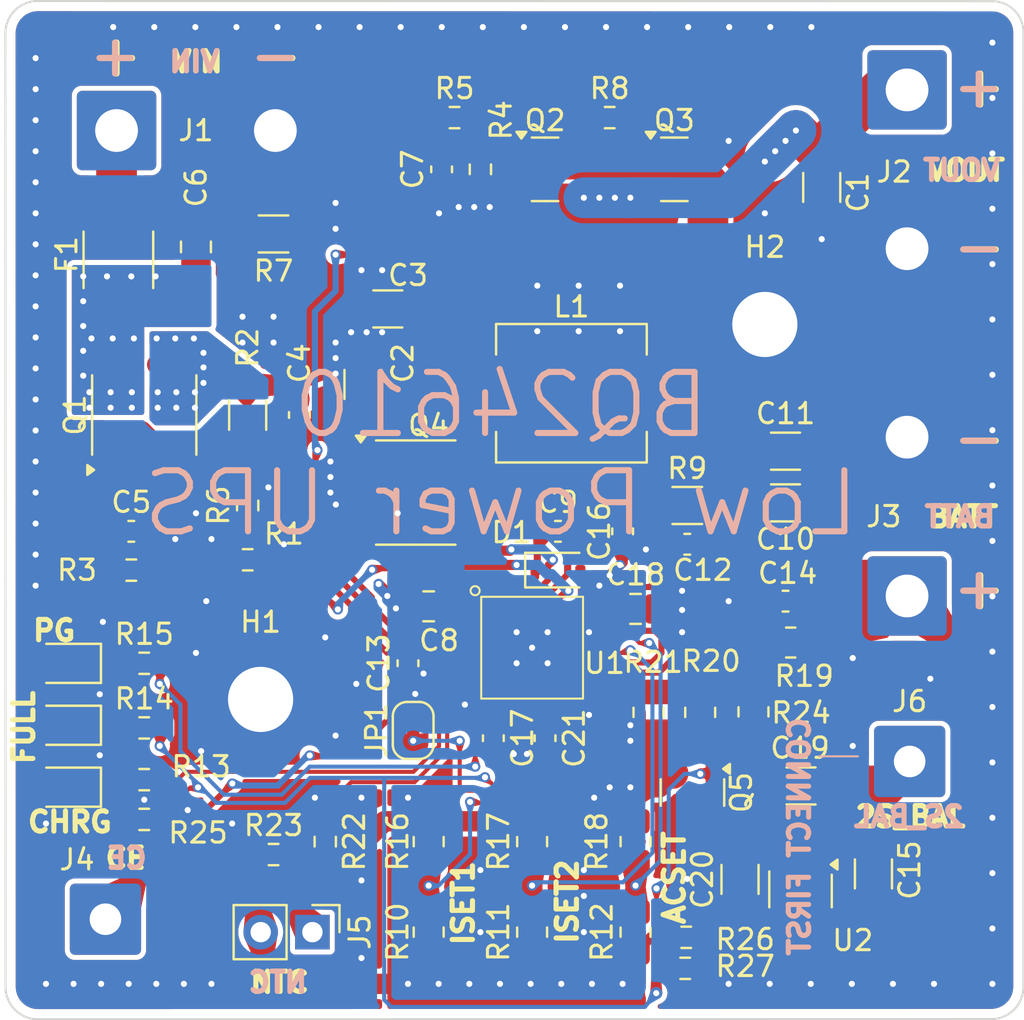
<source format=kicad_pcb>
(kicad_pcb (version 20240108) (generator "pcbnew") (generator_version "8.0")
  (layers (0 "F.Cu" signal) (31 "B.Cu" signal) (34 "B.Paste" user) (35 "F.Paste" user) (36 "B.SilkS" user "B.Silkscreen") (37 "F.SilkS" user "F.Silkscreen") (38 "B.Mask" user) (39 "F.Mask" user) (44 "Edge.Cuts" user))
  (net 0 "")
  (net 1 "Net-(J2-Pin_1)")
  (net 2 "Earth")
  (net 3 "Net-(U1-ACP)")
  (net 4 "Net-(Q1A-G1)")
  (net 5 "Net-(D2-K)")
  (net 6 "Net-(C6-Pad1)")
  (net 7 "Net-(C6-Pad2)")
  (net 8 "Net-(Q2-G)")
  (net 9 "GND")
  (net 10 "Net-(U1-VCC)")
  (net 11 "Net-(D1-K)")
  (net 12 "Net-(J3-Pin_1)")
  (net 13 "Net-(U1-SRP)")
  (net 14 "Net-(U1-VFB)")
  (net 15 "Net-(J6-Pin_1)")
  (net 16 "Net-(U1-TTC)")
  (net 17 "Net-(D1-A)")
  (net 18 "Net-(U2-CAP+)")
  (net 19 "Net-(U2-CAP-)")
  (net 20 "Net-(JP1-A)")
  (net 21 "Net-(D2-A)")
  (net 22 "/ST1")
  (net 23 "Net-(D3-K)")
  (net 24 "/ST2")
  (net 25 "Net-(D4-K)")
  (net 26 "/PG")
  (net 27 "Net-(J1-Pin_1)")
  (net 28 "Net-(J4-Pin_1)")
  (net 29 "Net-(J5-Pin_1)")
  (net 30 "Net-(Q3-G)")
  (net 31 "Net-(Q4A-G1)")
  (net 32 "Net-(Q4B-G2)")
  (net 33 "Net-(U1-~{BATDRV})")
  (net 34 "Net-(U1-~{ACDRV})")
  (net 35 "Net-(U1-ISET1)")
  (net 36 "Net-(U1-ISET2)")
  (net 37 "Net-(U1-ACSET)")
  (net 38 "Net-(Q4A-S1)")
  (net 39 "Net-(Q5-D)")
  (net 40 "Net-(Q5-G)")
  (footprint "Package_SO:SOIC-8_3.9x4.9mm_P1.27mm" (layer "F.Cu") (at 91.44 63.5 90)
    (property "Reference" "Q1")
    (property "Value" "AO4801A")
  )
  (footprint "Resistor_SMD:R_0603_1608Metric" (layer "F.Cu") (at 91.44 75.695)
    (property "Reference" "R15")
    (property "Value" "22k")
  )
  (footprint "Resistor_SMD:R_0603_1608Metric" (layer "F.Cu") (at 97.79 85.09)
    (property "Reference" "R23")
    (property "Value" "430k")
  )
  (footprint "Capacitor_SMD:C_1206_3216Metric" (layer "F.Cu") (at 122.936 67.818)
    (property "Reference" "C10")
    (property "Value" "10u")
  )
  (footprint "Resistor_SMD:R_0805_2012Metric_Pad1.20x1.40mm_HandSolder" (layer "F.Cu") (at 105.41 88.9 90)
    (property "Reference" "R10")
    (property "Value" "22k")
  )
  (footprint "Package_TO_SOT_SMD:TSOT-23-6_HandSoldering" (layer "F.Cu") (at 123.698 86.8 -90)
    (property "Reference" "U2")
    (property "Value" "LM2664M6")
  )
  (footprint "Resistor_SMD:R_0603_1608Metric" (layer "F.Cu") (at 118.0592 89.154 180)
    (property "Reference" "R26")
    (property "Value" "1M")
  )
  (footprint "Resistor_SMD:R_0805_2012Metric_Pad1.20x1.40mm_HandSolder" (layer "F.Cu") (at 123.19 74.676 180)
    (property "Reference" "R19")
    (property "Value" "390k")
  )
  (footprint "Capacitor_SMD:C_1206_3216Metric" (layer "F.Cu") (at 124.714 52.324 -90)
    (property "Reference" "C1")
    (property "Value" "10u")
  )
  (footprint "Resistor_SMD:R_0805_2012Metric_Pad1.20x1.40mm_HandSolder" (layer "F.Cu") (at 115.57 84.455 90)
    (property "Reference" "R18")
    (property "Value" "100k")
  )
  (footprint "Capacitor_SMD:C_1206_3216Metric" (layer "F.Cu") (at 103.4034 58.293 180)
    (property "Reference" "C3")
    (property "Value" "10u")
  )
  (footprint "Capacitor_SMD:C_1206_3216Metric" (layer "F.Cu") (at 120.7008 86.3092 90)
    (property "Reference" "C20")
    (property "Value" "10u")
  )
  (footprint "Resistor_SMD:R_1206_3216Metric" (layer "F.Cu") (at 96.52 63.5 -90)
    (property "Reference" "R2")
    (property "Value" "20m")
  )
  (footprint "Capacitor_SMD:C_0603_1608Metric" (layer "F.Cu") (at 108.585 79.375 -90)
    (property "Reference" "C17")
    (property "Value" "56n")
  )
  (footprint "Resistor_SMD:R_0603_1608Metric" (layer "F.Cu") (at 114.3 48.895)
    (property "Reference" "R8")
    (property "Value" "10")
  )
  (footprint "Capacitor_SMD:C_1206_3216Metric" (layer "F.Cu") (at 123.698 81.72)
    (property "Reference" "C19")
    (property "Value" "10u")
  )
  (footprint "Capacitor_SMD:C_0603_1608Metric" (layer "F.Cu") (at 111.76 69.215)
    (property "Reference" "C9")
    (property "Value" "100n")
  )
  (footprint "MountingHole:MountingHole_3.2mm_M3_DIN965_Pad" (layer "F.Cu") (at 121.92 59.055)
    (property "Reference" "H2")
    (property "Value" "MountingHole_Pad")
  )
  (footprint "Capacitor_SMD:C_0603_1608Metric" (layer "F.Cu") (at 99.06 63.5 -90)
    (property "Reference" "C4")
    (property "Value" "100n")
  )
  (footprint "Resistor_SMD:R_0603_1608Metric" (layer "F.Cu") (at 96.52 67.945 90)
    (property "Reference" "R6")
    (property "Value" "1k")
  )
  (footprint "LED_SMD:LED_0805_2012Metric" (layer "F.Cu") (at 87.63 81.78 180)
    (property "Reference" "D2" (hide yes))
    (property "Value" "LED")
  )
  (footprint "Capacitor_SMD:C_0805_2012Metric" (layer "F.Cu") (at 105.41 72.898 180)
    (property "Reference" "C8")
    (property "Value" "1u")
  )
  (footprint "Resistor_SMD:R_0805_2012Metric_Pad1.20x1.40mm_HandSolder" (layer "F.Cu") (at 121.3612 78.0796 -90)
    (property "Reference" "R24")
    (property "Value" "1M")
  )
  (footprint "Capacitor_SMD:C_1206_3216Metric" (layer "F.Cu") (at 127.254 86.038 90)
    (property "Reference" "C15")
    (property "Value" "10u")
  )
  (footprint "Capacitor_SMD:C_1206_3216Metric" (layer "F.Cu") (at 122.936 65.278)
    (property "Reference" "C11")
    (property "Value" "10u")
  )
  (footprint "Capacitor_SMD:C_0603_1608Metric" (layer "F.Cu") (at 104.394 75.692 90)
    (property "Reference" "C13")
    (property "Value" "100n")
  )
  (footprint "Inductor_SMD:L_Abracon_ASPI-0630LR" (layer "F.Cu") (at 112.4204 62.4332)
    (property "Reference" "L1")
    (property "Value" "10u")
  )
  (footprint "Capacitor_SMD:C_0603_1608Metric" (layer "F.Cu") (at 122.936 72.644 180)
    (property "Reference" "C14")
    (property "Value" "22p")
  )
  (footprint "Package_TO_SOT_SMD:SOT-23" (layer "F.Cu") (at 118.364 82.042 -90)
    (property "Reference" "Q5")
    (property "Value" "BSS138")
  )
  (footprint "Resistor_SMD:R_0603_1608Metric" (layer "F.Cu") (at 90.805 71.12)
    (property "Reference" "R3")
    (property "Value" "100k")
  )
  (footprint "Resistor_SMD:R_0603_1608Metric" (layer "F.Cu") (at 100.33 84.455 -90)
    (property "Reference" "R22")
    (property "Value" "9.31k")
  )
  (footprint "Resistor_SMD:R_0603_1608Metric" (layer "F.Cu") (at 91.44 83.3628)
    (property "Reference" "R25")
    (property "Value" "1M")
  )
  (footprint "Capacitor_SMD:C_0805_2012Metric" (layer "F.Cu") (at 115.57 73.025)
    (property "Reference" "C18")
    (property "Value" "1u")
  )
  (footprint "Capacitor_SMD:C_0603_1608Metric" (layer "F.Cu") (at 114.935 69.215 90)
    (property "Reference" "C16")
    (property "Value" "100n")
  )
  (footprint "Resistor_SMD:R_0603_1608Metric" (layer "F.Cu") (at 106.68 48.895)
    (property "Reference" "R5")
    (property "Value" "1k")
  )
  (footprint "Diode_SMD:D_SOD-323F" (layer "F.Cu") (at 111.76 71.12)
    (property "Reference" "D1")
    (property "Value" "MBR0530")
  )
  (footprint "Resistor_SMD:R_0603_1608Metric" (layer "F.Cu") (at 107.95 51.435 90)
    (property "Reference" "R4")
    (property "Value" "100k")
  )
  (footprint "Connector_Wire:SolderWire-0.75sqmm_1x01_D1.25mm_OD3.5mm" (layer "F.Cu") (at 129.032 80.518)
    (property "Reference" "J6")
    (property "Value" "2S_MID")
  )
  (footprint "Capacitor_SMD:C_0603_1608Metric" (layer "F.Cu") (at 90.805 69.215)
    (property "Reference" "C5")
    (property "Value" "100n")
  )
  (footprint "Resistor_SMD:R_0603_1608Metric" (layer "F.Cu") (at 118.0084 90.678)
    (property "Reference" "R27")
    (property "Value" "1M")
  )
  (footprint "Connector_Wire:SolderWire-1.5sqmm_1x02_P7.8mm_D1.7mm_OD3.9mm" (layer "F.Cu") (at 90.08 49.53)
    (property "Reference" "J1")
    (property "Value" "Input" (hide yes))
  )
  (footprint "Resistor_SMD:R_0805_2012Metric_Pad1.20x1.40mm_HandSolder" (layer "F.Cu") (at 110.49 88.9 90)
    (property "Reference" "R11")
    (property "Value" "16k" (hide yes))
  )
  (footprint "Capacitor_SMD:C_1206_3216Metric" (layer "F.Cu") (at 102.1842 62.0014 90)
    (property "Reference" "C2")
    (property "Value" "10u")
  )
  (footprint "Resistor_SMD:R_0805_2012Metric_Pad1.20x1.40mm_HandSolder" (layer "F.Cu") (at 105.41 84.455 90)
    (property "Reference" "R16")
    (property "Value" "100k")
  )
  (footprint "Capacitor_SMD:C_0603_1608Metric" (layer "F.Cu") (at 106.045 51.435 90)
    (property "Reference" "C7")
    (property "Value" "100n")
  )
  (footprint "Resistor_SMD:R_0805_2012Metric_Pad1.20x1.40mm_HandSolder" (layer "F.Cu") (at 115.57 88.9 90)
    (property "Reference" "R12")
    (property "Value" "22k")
  )
  (footprint "bq:VQFN24_TI" (layer "F.Cu") (at 110.49 74.93)
    (property "Reference" "U1")
    (property "Value" "BQ24610")
  )
  (footprint "MountingHole:MountingHole_3.2mm_M3_DIN965_Pad" (layer "F.Cu") (at 97.155 77.47)
    (property "Reference" "H1")
    (property "Value" "MountingHole_Pad")
  )
  (footprint "Connector_Wire:SolderWire-0.75sqmm_1x01_D1.25mm_OD3.5mm" (layer "F.Cu") (at 89.535 88.265 180)
    (property "Reference" "J4")
    (property "Value" "Conn_01x01")
  )
  (footprint "Connector_Wire:SolderWire-1.5sqmm_1x02_P7.8mm_D1.7mm_OD3.9mm" (layer "F.Cu") (at 128.905 47.535 -90)
    (property "Reference" "J2")
    (property "Value" "Output")
  )
  (footprint "Resistor_SMD:R_0805_2012Metric_Pad1.20x1.40mm_HandSolder" (layer "F.Cu") (at 110.49 84.455 90)
    (property "Reference" "R17")
    (property "Value" "100k")
  )
  (footprint "Package_TO_SOT_SMD:SOT-23" (layer "F.Cu") (at 117.475 51.435)
    (property "Reference" "Q3")
    (property "Value" "AO3401A")
  )
  (footprint "LED_SMD:LED_0805_2012Metric" (layer "F.Cu") (at 87.63 75.7 180)
    (property "Reference" "D4" (hide yes))
    (property "Value" "LED")
  )
  (footprint "Resistor_SMD:R_0603_1608Metric" (layer "F.Cu") (at 96.52 70.612)
    (property "Reference" "R1")
    (property "Value" "10")
  )
  (footprint "Connector_Wire:SolderWire-1.5sqmm_1x02_P7.8mm_D1.7mm_OD3.9mm" (layer "F.Cu") (at 128.905 72.39 90)
    (property "Reference" "J3")
    (property "Value" "Batt")
  )
  (footprint "Resistor_SMD:R_0805_2012Metric_Pad1.20x1.40mm_HandSolder" (layer "F.Cu") (at 118.745 78.105 -90)
    (property "Reference" "R20")
    (property "Value" "150k")
  )
  (footprint "Capacitor_SMD:C_0603_1608Metric" (layer "F.Cu") (at 111.125 79.375 -90)
    (property "Reference" "C21")
    (property "Value" "1u")
  )
  (footprint "Resistor_SMD:R_0805_2012Metric_Pad1.20x1.40mm_HandSolder" (layer "F.Cu") (at 116.205 78.105 -90)
    (property "Reference" "R21")
    (property "Value" "1.2M")
  )
  (footprint "Resistor_SMD:R_1206_3216Metric" (layer "F.Cu") (at 97.79 54.61 180)
    (property "Reference" "R7")
    (property "Value" "2")
  )
  (footprint "Capacitor_SMD:C_0805_2012Metric" (layer "F.Cu") (at 93.98 55.245 90)
    (property "Reference" "C6")
    (property "Value" "2.2u")
  )
  (footprint "Fuse:Fuse_1812_4532Metric" (layer "F.Cu") (at 90.17 55.88 -90)
    (property "Reference" "F1")
    (property "Value" "Fuse_Small")
  )
  (footprint "Connector_PinHeader_2.54mm:PinHeader_1x02_P2.54mm_Vertical" (layer "F.Cu") (at 99.7 88.9 -90)
    (property "Reference" "J5")
    (property "Value" "NTC")
  )
  (footprint "LED_SMD:LED_0805_2012Metric" (layer "F.Cu") (at 87.63 78.74 180)
    (property "Reference" "D3" (hide yes))
    (property "Value" "LED")
  )
  (footprint "Resistor_SMD:R_1206_3216Metric" (layer "F.Cu") (at 118.11 67.945)
    (property "Reference" "R9")
    (property "Value" "20m")
  )
  (footprint "Capacitor_SMD:C_0603_1608Metric" (layer "F.Cu") (at 118.11 69.85)
    (property "Reference" "C12")
    (property "Value" "100n")
  )
  (footprint "Jumper:SolderJumper-2_P1.3mm_Bridged_RoundedPad1.0x1.5mm" (layer "F.Cu") (at 104.648 78.994 90)
    (property "Reference" "JP1")
    (property "Value" "SolderJumper_2_Bridged")
  )
  (footprint "Package_SO:SOIC-8_3.9x4.9mm_P1.27mm" (layer "F.Cu") (at 104.775 67.31)
    (property "Reference" "Q4")
    (property "Value" "AO4800")
  )
  (footprint "Resistor_SMD:R_0603_1608Metric" (layer "F.Cu") (at 91.44 78.87)
    (property "Reference" "R14")
    (property "Value" "22k")
  )
  (footprint "Resistor_SMD:R_0603_1608Metric" (layer "F.Cu") (at 91.44 81.41)
    (property "Reference" "R13")
    (property "Value" "22k")
  )
  (footprint "Package_TO_SOT_SMD:SOT-23" (layer "F.Cu") (at 111.125 51.435)
    (property "Reference" "Q2")
    (property "Value" "AO3401A")
  )
  (footprint "NetTie:NetTie-2_SMD_Pad2.0mm" (layer "B.Cu") (at 105.156 70.358 90)
    (property "Reference" "NT1" (hide yes))
    (property "Value" "NetTie1" (hide yes))
  )
  (gr_line (start 126.492 80.264) (end 124.587 80.264) (stroke (width 0.1)) (layer "B.SilkS"))
  (gr_arc (start 84.620772 44.7548) (mid 85.063961 43.654749) (end 86.145969 43.169169) (stroke (width 0.1)) (layer "Edge.Cuts"))
  (gr_arc (start 133.096 43.18) (mid 134.173631 43.626369) (end 134.62 44.704) (stroke (width 0.1)) (layer "Edge.Cuts"))
  (gr_arc (start 134.621197 91.584549) (mid 134.178008 92.6846) (end 133.096 93.17018) (stroke (width 0.1)) (layer "Edge.Cuts"))
  (gr_line (start 133.096 93.17018) (end 86.215451 93.178589) (stroke (width 0.1)) (layer "Edge.Cuts"))
  (gr_line (start 86.145969 43.169169) (end 133.096 43.18) (stroke (width 0.1)) (layer "Edge.Cuts"))
  (gr_line (start 134.62 44.704) (end 134.621197 91.584549) (stroke (width 0.1)) (layer "Edge.Cuts"))
  (gr_line (start 84.620772 44.7548) (end 84.62982 91.653392) (stroke (width 0.1)) (layer "Edge.Cuts"))
  (gr_arc (start 86.215451 93.178589) (mid 85.1154 92.7354) (end 84.62982 91.653392) (stroke (width 0.1)) (layer "Edge.Cuts"))
  (gr_text "BQ24610\nLow Power UPS" (at 108.966 69.596 0) (layer "B.SilkS") (effects (font (size 3 3) (thickness 0.3)) (justify bottom mirror)))
  (gr_text "CONNECT FIRST" (at 124.206 78.232 90) (layer "B.SilkS") (effects (font (size 1 1) (thickness 0.25) (bold yes)) (justify left bottom mirror)))
  (gr_text "NTC" (at 99.568 91.948 0) (layer "B.SilkS") (effects (font (size 1 1) (thickness 0.25) (bold yes)) (justify left bottom mirror)))
  (gr_text "2S_BAL" (at 131.826 83.82 0) (layer "B.SilkS") (effects (font (size 1 1) (thickness 0.25) (bold yes)) (justify left bottom mirror)))
  (gr_text "+" (at 133.858 48.514 0) (layer "B.SilkS") (effects (font (size 2 2) (thickness 0.3) (bold yes)) (justify left bottom mirror)))
  (gr_text "+" (at 91.44 46.99 0) (layer "B.SilkS") (effects (font (size 2 2) (thickness 0.3) (bold yes)) (justify left bottom mirror)))
  (gr_text "-" (at 133.858 65.786 0) (layer "B.SilkS") (effects (font (size 2 2) (thickness 0.3) (bold yes)) (justify left bottom mirror)))
  (gr_text "-" (at 99.314 46.99 0) (layer "B.SilkS") (effects (font (size 2 2) (thickness 0.3) (bold yes)) (justify left bottom mirror)))
  (gr_text "CE" (at 91.694 85.852 0) (layer "B.SilkS") (effects (font (size 1 1) (thickness 0.25) (bold yes)) (justify left bottom mirror)))
  (gr_text "VIN" (at 95.25 46.736 0) (layer "B.SilkS") (effects (font (size 1 1) (thickness 0.25) (bold yes)) (justify left bottom mirror)))
  (gr_text "-" (at 133.858 56.388 0) (layer "B.SilkS") (effects (font (size 2 2) (thickness 0.3) (bold yes)) (justify left bottom mirror)))
  (gr_text "BATT" (at 133.35 69.088 0) (layer "B.SilkS") (effects (font (size 1 1) (thickness 0.25) (bold yes)) (justify left bottom mirror)))
  (gr_text "VOUT" (at 133.604 52.07 0) (layer "B.SilkS") (effects (font (size 1 1) (thickness 0.25) (bold yes)) (justify left bottom mirror)))
  (gr_text "+" (at 133.858 73.152 0) (layer "B.SilkS") (effects (font (size 2 2) (thickness 0.3) (bold yes)) (justify left bottom mirror)))
  (gr_text "CE" (at 89.408 85.852 0) (layer "F.SilkS") (effects (font (size 1 1) (thickness 0.25) (bold yes)) (justify left bottom)))
  (gr_text "VOUT" (at 129.794 52.07 0) (layer "F.SilkS") (effects (font (size 1 1) (thickness 0.25) (bold yes)) (justify left bottom)))
  (gr_text "PG" (at 85.852 74.676 0) (layer "F.SilkS") (effects (font (size 1 1) (thickness 0.25) (bold yes)) (justify left bottom)))
  (gr_text "+" (at 88.646 46.99 0) (layer "F.SilkS") (effects (font (size 2 2) (thickness 0.3) (bold yes)) (justify left bottom)))
  (gr_text "-" (at 131.064 65.786 0) (layer "F.SilkS") (effects (font (size 2 2) (thickness 0.3) (bold yes)) (justify left bottom)))
  (gr_text "NTC" (at 96.52 91.948 0) (layer "F.SilkS") (effects (font (size 1 1) (thickness 0.25) (bold yes)) (justify left bottom)))
  (gr_text "ISET1" (at 107.696 89.662 90) (layer "F.SilkS") (effects (font (size 1 1) (thickness 0.25) (bold yes)) (justify left bottom)))
  (gr_text "-" (at 96.52 46.99 0) (layer "F.SilkS") (effects (font (size 2 2) (thickness 0.3) (bold yes)) (justify left bottom)))
  (gr_text "2S_BAL" (at 126.238 83.82 0) (layer "F.SilkS") (effects (font (size 1 1) (thickness 0.25) (bold yes)) (justify left bottom)))
  (gr_text "+" (at 131.064 48.514 0) (layer "F.SilkS") (effects (font (size 2 2) (thickness 0.3) (bold yes)) (justify left bottom)))
  (gr_text "CHRG" (at 85.598 84.074 0) (layer "F.SilkS") (effects (font (size 1 1) (thickness 0.25) (bold yes)) (justify left bottom)))
  (gr_text "ISET2" (at 112.801771 89.589871 90) (layer "F.SilkS") (effects (font (size 1 1) (thickness 0.25) (bold yes)) (justify left bottom)))
  (gr_text "BATT" (at 129.794 69.088 0) (layer "F.SilkS") (effects (font (size 1 1) (thickness 0.25) (bold yes)) (justify left bottom)))
  (gr_text "VIN" (at 92.71 46.736 0) (layer "F.SilkS") (effects (font (size 1 1) (thickness 0.25) (bold yes)) (justify left bottom)))
  (gr_text "-" (at 131.064 56.388 0) (layer "F.SilkS") (effects (font (size 2 2) (thickness 0.3) (bold yes)) (justify left bottom)))
  (gr_text "FULL" (at 86.106 80.772 90) (layer "F.SilkS") (effects (font (size 1 1) (thickness 0.25) (bold yes)) (justify left bottom)))
  (gr_text "ACSET" (at 118.0592 88.6315 90) (layer "F.SilkS") (effects (font (size 1 1) (thickness 0.25) (bold yes)) (justify left bottom)))
  (gr_text "+" (at 131.064 73.152 0) (layer "F.SilkS") (effects (font (size 2 2) (thickness 0.3) (bold yes)) (justify left bottom)))
  (segment (start 113.03 52.832) (end 113.177001 52.684999) (width 1) (layer "F.Cu") (net 1))
  (segment (start 110.487499 52.684999) (end 112.882999 52.684999) (width 1) (layer "F.Cu") (net 1))
  (segment (start 108.59 73.68) (end 107.422 73.68) (width 0.3) (layer "F.Cu") (net 1))
  (segment (start 106.045 52.21) (end 110.0125 52.21) (width 1) (layer "F.Cu") (net 1))
  (segment (start 100.06 68.673786) (end 99.35 67.963786) (width 0.3) (layer "F.Cu") (net 1))
  (segment (start 99.35 67.963786) (end 99.35 67.092) (width 0.3) (layer "F.Cu") (net 1))
  (segment (start 102.616 72.453259) (end 100.06 69.897259) (width 0.3) (layer "F.Cu") (net 1))
  (segment (start 107.95 54.864) (end 104.98 57.834) (width 2) (layer "F.Cu") (net 1))
  (segment (start 102.616 72.898) (end 102.616 72.453259) (width 0.3) (layer "F.Cu") (net 1))
  (segment (start 99.35 67.092) (end 97.2205 64.9625) (width 0.3) (layer "F.Cu") (net 1))
  (segment (start 104.98 62.881) (end 104.853 63.008) (width 2) (layer "F.Cu") (net 1))
  (segment (start 123.444 49.53) (end 122.174 50.8) (width 2) (layer "F.Cu") (net 1))
  (segment (start 110.0125 52.21) (end 110.1875 52.385) (width 1) (layer "F.Cu") (net 1))
  (segment (start 104.98 57.834) (end 104.98 62.881) (width 2) (layer "F.Cu") (net 1))
  (segment (start 110.1875 52.385) (end 110.487499 52.684999) (width 1) (layer "F.Cu") (net 1))
  (segment (start 127.52 47.535) (end 125.095 49.96) (width 2) (layer "F.Cu") (net 1))
  (segment (start 96.52 64.9625) (end 97.2205 64.262) (width 1) (layer "F.Cu") (net 1))
  (segment (start 107.25 65.405) (end 104.853 63.008) (width 1) (layer "F.Cu") (net 1))
  (segment (start 115.168999 52.684999) (end 115.316 52.832) (width 1) (layer "F.Cu") (net 1))
  (segment (start 113.792 52.832) (end 113.939001 52.684999) (width 1) (layer "F.Cu") (net 1))
  (segment (start 110.487499 53.723501) (end 109.347 54.864) (width 2) (layer "F.Cu") (net 1))
  (segment (start 100.317 64.275) (end 101.092 63.5) (width 1) (layer "F.Cu") (net 1))
  (segment (start 113.939001 52.684999) (end 114.406999 52.684999) (width 1) (layer "F.Cu") (net 1))
  (segment (start 115.463001 52.684999) (end 116.237501 52.684999) (width 1) (layer "F.Cu") (net 1))
  (segment (start 114.554 52.832) (end 114.701001 52.684999) (width 1) (layer "F.Cu") (net 1))
  (segment (start 114.406999 52.684999) (end 114.554 52.832) (width 1) (layer "F.Cu") (net 1))
  (segment (start 113.177001 52.684999) (end 113.644999 52.684999) (width 1) (layer "F.Cu") (net 1))
  (segment (start 110.487499 52.684999) (end 110.487499 53.723501) (width 2) (layer "F.Cu") (net 1))
  (segment (start 99.06 64.275) (end 100.317 64.275) (width 1) (layer "F.Cu") (net 1))
  (segment (start 128.905 47.535) (end 127.52 47.535) (width 2) (layer "F.Cu") (net 1))
  (segment (start 107.129 73.973) (end 103.691 73.973) (width 0.3) (layer "F.Cu") (net 1))
  (segment (start 113.644999 52.684999) (end 113.792 52.832) (width 1) (layer "F.Cu") (net 1))
  (segment (start 124.714 50.8) (end 123.444 49.53) (width 2) (layer "F.Cu") (net 1))
  (segment (start 103.691 73.973) (end 102.616 72.898) (width 0.3) (layer "F.Cu") (net 1))
  (segment (start 114.701001 52.684999) (end 115.168999 52.684999) (width 1) (layer "F.Cu") (net 1))
  (segment (start 99.047 64.262) (end 99.06 64.275) (width 1) (layer "F.Cu") (net 1))
  (segment (start 107.25 65.405) (end 107.25 66.675) (width 1) (layer "F.Cu") (net 1))
  (segment (start 97.2205 64.9625) (end 96.52 64.9625) (width 0.3) (layer "F.Cu") (net 1))
  (segment (start 97.2205 64.262) (end 99.047 64.262) (width 1) (layer "F.Cu") (net 1))
  (segment (start 103.616 63.008) (end 103.124 63.5) (width 2) (layer "F.Cu") (net 1))
  (segment (start 115.316 52.832) (end 115.463001 52.684999) (width 1) (layer "F.Cu") (net 1))
  (segment (start 103.124 63.5) (end 101.092 63.5) (width 2) (layer "F.Cu") (net 1))
  (segment (start 124.714 50.849) (end 124.714 50.8) (width 2) (layer "F.Cu") (net 1))
  (segment (start 104.853 63.008) (end 103.616 63.008) (width 2) (layer "F.Cu") (net 1))
  (segment (start 112.882999 52.684999) (end 113.03 52.832) (width 1) (layer "F.Cu") (net 1))
  (segment (start 107.422 73.68) (end 107.129 73.973) (width 0.3) (layer "F.Cu") (net 1))
  (segment (start 100.06 69.897259) (end 100.06 68.673786) (width 0.3) (layer "F.Cu") (net 1))
  (segment (start 109.347 54.864) (end 107.95 54.864) (width 2) (layer "F.Cu") (net 1))
  (via (at 122.428 50.546) (size 0.5) (drill 0.3) (layers "F.Cu" "B.Cu") (net 1))
  (via (at 113.792 52.832) (size 0.5) (drill 0.3) (layers "F.Cu" "B.Cu") (net 1))
  (via (at 121.92 51.054) (size 0.5) (drill 0.3) (layers "F.Cu" "B.Cu") (net 1))
  (via (at 114.554 52.832) (size 0.5) (drill 0.3) (layers "F.Cu" "B.Cu") (net 1))
  (via (at 115.316 52.832) (size 0.5) (drill 0.3) (layers "F.Cu" "B.Cu") (net 1))
  (via (at 123.444 49.53) (size 0.5) (drill 0.3) (layers "F.Cu" "B.Cu") (net 1))
  (via (at 122.936 50.038) (size 0.5) (drill 0.3) (layers "F.Cu" "B.Cu") (net 1))
  (via (at 113.03 52.832) (size 0.5) (drill 0.3) (layers "F.Cu" "B.Cu") (net 1))
  (segment (start 121.92 51.054) (end 122.428 50.546) (width 2) (layer "B.Cu") (net 1))
  (segment (start 121.92 51.054) (end 122.936 50.038) (width 2) (layer "B.Cu") (net 1))
  (segment (start 122.936 50.038) (end 123.444 49.53) (width 2) (layer "B.Cu") (net 1))
  (segment (start 121.793 51.181) (end 121.92 51.054) (width 2) (layer "B.Cu") (net 1))
  (segment (start 120.142 52.832) (end 121.793 51.181) (width 2) (layer "B.Cu") (net 1))
  (segment (start 113.03 52.832) (end 115.316 52.832) (width 2) (layer "B.Cu") (net 1))
  (segment (start 123.444 49.53) (end 123.19 49.784) (width 2) (layer "B.Cu") (net 1))
  (segment (start 122.428 50.546) (end 122.936 50.038) (width 2) (layer "B.Cu") (net 1))
  (segment (start 115.316 52.832) (end 120.142 52.832) (width 2) (layer "B.Cu") (net 1))
  (segment (start 124.714 53.799) (end 126.287 55.372) (width 2) (layer "F.Cu") (net 2))
  (segment (start 102.3 67.945) (end 101.883738 67.945) (width 0.3) (layer "F.Cu") (net 2))
  (segment (start 126.238 77.724) (end 126.238 76.454) (width 0.5) (layer "F.Cu") (net 2))
  (segment (start 101.522 61.468) (end 101.903 61.087) (width 0.3) (layer "F.Cu") (net 2))
  (segment (start 125.576 77.724) (end 126.238 77.724) (width 0.5) (layer "F.Cu") (net 2))
  (segment (start 98.044 58.42) (end 98.044 58.121) (width 0.3) (layer "F.Cu") (net 2))
  (segment (start 97.88 49.53) (end 99.2525 50.9025) (width 2) (layer "F.Cu") (net 2))
  (segment (start 123.698 85.09) (end 123.698 83.195) (width 0.5) (layer "F.Cu") (net 2))
  (segment (start 106.262 53.25) (end 108.75 53.25) (width 0.5) (layer "F.Cu") (net 2))
  (segment (start 100.584 67.634) (end 100.85 67.9) (width 0.5) (layer "F.Cu") (net 2))
  (segment (start 103.505 67.945) (end 103.886 68.326) (width 0.3) (layer "F.Cu") (net 2))
  (segment (start 117.409 72.136) (end 116.52 73.025) (width 0.5) (layer "F.Cu") (net 2))
  (segment (start 126.238 76.454) (end 126.238 75.438) (width 0.5) (layer "F.Cu") (net 2))
  (segment (start 129.02453 58.80847) (end 128.905 58.928) (width 1) (layer "F.Cu") (net 2))
  (segment (start 102.108 90.17) (end 102.108 86.36) (width 0.3) (layer "F.Cu") (net 2))
  (segment (start 103.124 56.388) (end 105.918 53.594) (width 0.5) (layer "F.Cu") (net 2))
  (segment (start 100.838 60.706) (end 101.522 60.706) (width 0.3) (layer "F.Cu") (net 2))
  (segment (start 121.92 53.594) (end 124.509 53.594) (width 0.5) (layer "F.Cu") (net 2))
  (segment (start 124.206 44.45) (end 120.142 44.45) (width 1) (layer "F.Cu") (net 2))
  (segment (start 101.903 57.737) (end 101.903 57.609) (width 0.5) (layer "F.Cu") (net 2))
  (segment (start 122.223 81.72) (end 122.223 81.077) (width 0.5) (layer "F.Cu") (net 2))
  (segment (start 128.217 65.278) (end 128.905 64.59) (width 2) (layer "F.Cu") (net 2))
  (segment (start 86.106 45.974) (end 86.106 71.882) (width 1) (layer "F.Cu") (net 2))
  (segment (start 99.2525 53.086) (end 99.2525 54.61) (width 2) (layer "F.Cu") (net 2))
  (segment (start 133.096 91.44) (end 133.096 45.212) (width 1) (layer "F.Cu") (net 2))
  (segment (start 123.698 83.195) (end 122.223 81.72) (width 0.5) (layer "F.Cu") (net 2))
  (segment (start 89.916 44.45) (end 87.63 44.45) (width 1) (layer "F.Cu") (net 2))
  (segment (start 130.048 76.454) (end 126.238 76.454) (width 0.5) (layer "F.Cu") (net 2))
  (segment (start 126.492 91.44) (end 133.096 91.44) (width 1) (layer "F.Cu") (net 2))
  (segment (start 102.3 67.945) (end 103.505 67.945) (width 0.3) (layer "F.Cu") (net 2))
  (segment (start 100.838 61.468) (end 101.522 61.468) (width 0.3) (layer "F.Cu") (net 2))
  (segment (start 100.838 53.086) (end 99.2525 53.086) (width 0.5) (layer "F.Cu") (net 2))
  (segment (start 100.584 67.31) (end 100.584 67.634) (width 0.5) (layer "F.Cu") (net 2))
  (segment (start 128.905 64.59) (end 128.905 58.928) (width 2) (layer "F.Cu") (net 2))
  (segment (start 117.803706 73.025) (end 117.856 73.077294) (width 0.5) (layer "F.Cu") (net 2))
  (segment (start 101.903 57.737) (end 101.903 56.593) (width 0.5) (layer "F.Cu") (net 2))
  (segment (start 103.124 59.436) (end 101.6 59.436) (width 0.5) (layer "F.Cu") (net 2))
  (segment (start 99.2525 50.9025) (end 99.2525 53.086) (width 2) (layer "F.Cu") (net 2))
  (segment (start 96.266 59.944) (end 97.79 59.944) (width 0.3) (layer "F.Cu") (net 2))
  (segment (start 122.223 81.077) (end 125.576 77.724) (width 0.5) (layer "F.Cu") (net 2))
  (segment (start 120.142 91.44) (end 126.492 91.44) (width 1) (layer "F.Cu") (net 2))
  (segment (start 101.903 57.609) (end 103.124 56.388) (width 0.5) (layer "F.Cu") (net 2))
  (segment (start 100.584 65.786) (end 100.584 66.548) (width 0.3) (layer "F.Cu") (net 2))
  (segment (start 126.238 79.756) (end 126.238 77.724) (width 0.5) (layer "F.Cu") (net 2))
  (segment (start 99.2525 54.61) (end 99.2525 56.9125) (width 2) (layer "F.Cu") (net 2))
  (segment (start 101.6 59.436) (end 101.346 59.436) (width 0.5) (layer "F.Cu") (net 2))
  (segment (start 102.255 67.9) (end 102.3 67.945) (width 0.5) (layer "F.Cu") (net 2))
  (segment (start 97.155 77.47) (end 98.059 78.374) (width 1) (layer "F.Cu") (net 2))
  (segment (start 126.287 55.372) (end 128.868 55.372) (width 2) (layer "F.Cu") (net 2))
  (segment (start 97.79 59.944) (end 97.79 58.674) (width 0.3) (layer "F.Cu") (net 2))
  (segment (start 120.142 44.45) (end 89.916 44.45) (width 1) (layer "F.Cu") (net 2))
  (segment (start 101.522 60.706) (end 101.903 61.087) (width 0.3) (layer "F.Cu") (net 2))
  (segment (start 100.838 61.468) (end 100.838 59.944) (width 0.5) (layer "F.Cu") (net 2))
  (segment (start 117.663 74.168) (end 116.52 73.025) (width 0.5) (layer "F.Cu") (net 2))
  (segment (start 97.79 58.674) (end 98.044 58.42) (width 0.3) (layer "F.Cu") (net 2))
  (segment (start 110.744 57.15) (end 114.808 57.15) (width 0.3) (layer "F.Cu") (net 2))
  (segment (start 116.52 73.025) (end 117.803706 73.025) (width 0.5) (layer "F.Cu") (net 2))
  (segment (start 133.096 58.80847) (end 129.02453 58.80847) (width 1) (layer "F.Cu") (net 2))
  (segment (start 117.856 72.136) (end 117.409 72.136) (width 0.5) (layer "F.Cu") (net 2))
  (segment (start 124.509 53.594) (end 124.714 53.799) (width 0.5) (layer "F.Cu") (net 2))
  (segment (start 128.905 58.928) (end 128.778 59.055) (width 2) (layer "F.Cu") (net 2))
  (segment (start 101.903 56.593) (end 102.108 56.388) (width 0.5) (layer "F.Cu") (net 2))
  (segment (start 96.266 59.944) (end 96.266 58.674) (width 0.3) (layer "F.Cu") (net 2))
  (segment (start 126.5 91.432) (end 126.492 91.44) (width 1) (layer "F.Cu") (net 2))
  (segment (start 117.856 72.136) (end 117.856 74.168) (width 0.5) (layer "F.Cu") (net 2))
  (segment (start 120.142 50.038) (end 120.142 44.45) (width 0.5) (layer "F.Cu") (net 2))
  (segment (start 96.266 58.674) (end 97.79 58.674) (width 0.3) (layer "F.Cu") (net 2))
  (segment (start 124.411 65.278) (end 128.217 65.278) (width 2) (layer "F.Cu") (net 2))
  (segment (start 99.5065 54.356) (end 99.2525 54.61) (width 0.5) (layer "F.Cu") (net 2))
  (segment (start 100.838 60.706) (end 100.838 61.468) (width 0.3) (layer "F.Cu") (net 2))
  (segment (start 101.883738 67.945) (end 100.584 66.645262) (width 0.3) (layer "F.Cu") (net 2))
  (segment (start 98.044 58.121) (end 99.2525 56.9125) (width 0.3) (layer "F.Cu") (net 2))
  (segment (start 128.868 55.372) (end 128.905 55.335) (width 2) (layer "F.Cu") (net 2))
  (segment (start 100.584 66.645262) (end 100.584 66.548) (width 0.3) (layer "F.Cu") (net 2))
  (segment (start 100.584 65.786) (end 100.584 67.31) (width 0.3) (layer "F.Cu") (net 2))
  (segment (start 100.838 54.356) (end 99.5065 54.356) (width 0.5) (layer "F.Cu") (net 2))
  (segment (start 100.85 67.9) (end 102.255 67.9) (width 0.5) (layer "F.Cu") (net 2))
  (segment (start 99.2525 56.9125) (end 102.03 59.69) (width 2) (layer "F.Cu") (net 2))
  (segment (start 128.88 64.565) (end 128.905 64.59) (width 2) (layer "F.Cu") (net 2))
  (segment (start 101.346 59.436) (end 100.838 59.944) (width 0.5) (layer "F.Cu") (net 2))
  (segment (start 87.63 44.45) (end 86.106 45.974) (width 1) (layer "F.Cu") (net 2))
  (segment (start 117.856 74.168) (end 117.663 74.168) (width 0.5) (layer "F.Cu") (net 2))
  (segment (start 124.411 65.278) (end 124.411 67.818) (width 2) (layer "F.Cu") (net 2))
  (segment (start 128.778 59.055) (end 121.92 59.055) (width 2) (layer "F.Cu") (net 2))
  (segment (start 105.918 53.594) (end 106.262 53.25) (width 0.5) (layer "F.Cu") (net 2))
  (segment (start 128.905 58.928) (end 128.905 55.335) (width 2) (layer "F.Cu") (net 2))
  (segment (start 114.808 59.3852) (end 110.744 59.3852) (width 0.3) (layer "F.Cu") (net 2))
  (via (at 133.096 47.931294) (size 0.5) (drill 0.3) (layers "F.Cu" "B.Cu") (net 2))
  (via (at 108.069522 44.45) (size 0.5) (drill 0.3) (layers "F.Cu" "B.Cu") (net 2))
  (via (at 126.193174 91.44) (size 0.5) (drill 0.3) (layers "F.Cu" "B.Cu") (net 2))
  (via (at 114.808 57.15) (size 0.5) (drill 0.3) (layers "F.Cu" "B.Cu") (net 2))
  (via (at 117.856 72.136) (size 0.5) (drill 0.3) (layers "F.Cu" "B.Cu") (net 2))
  (via (at 126.238 79.756) (size 0.5) (drill 0.3) (layers "F.Cu" "B.Cu") (net 2))
  (via (at 112.776 59.3852) (size 0.5) (drill 0.3) (layers "F.Cu" "B.Cu") (net 2))
  (via (at 124.206 44.45) (size 0.5) (drill 0.3) (layers "F.Cu" "B.Cu") (net 2))
  (via (at 86.614 83.566) (size 0.5) (drill 0.3) (layers "F.Cu" "B.Cu") (net 2))
  (via (at 110.744 57.15) (size 0.5) (drill 0.3) (layers "F.Cu" "B.Cu") (net 2))
  (via (at 124.176116 91.44) (size 0.5) (drill 0.3) (layers "F.Cu" "B.Cu") (net 2))
  (via (at 97.79 58.674) (size 0.5) (drill 0.3) (layers "F.Cu" "B.Cu") (net 2))
  (via (at 133.096 58.80847) (size 0.5) (drill 0.3) (layers "F.Cu" "B.Cu") (net 2))
  (via (at 100.838 59.944) (size 0.5) (drill 0.3) (layers "F.Cu" "B.Cu") (net 2))
  (via (at 133.096 53.369882) (size 0.5) (drill 0.3) (layers "F.Cu" "B.Cu") (net 2))
  (via (at 130.227304 91.44) (size 0.5) (drill 0.3) (layers "F.Cu" "B.Cu") (net 2))
  (via (at 86.106 61.214) (size 0.5) (drill 0.3) (layers "F.Cu" "B.Cu") (net 2))
  (via (at 102.108 82.296) (size 0.5) (drill 0.3) (layers "F.Cu" "B.Cu") (net 2))
  (via (at 86.106 56.642) (size 0.5) (drill 0.3) (layers "F.Cu" "B.Cu") (net 2))
  (via (at 100.838 60.706) (size 0.5) (drill 0.3) (layers "F.Cu" "B.Cu") (net 2))
  (via (at 116.078 70.104) (size 0.5) (drill 0.3) (layers "F.Cu" "B.Cu") (net 2))
  (via (at 110.744 59.3852) (size 0.5) (drill 0.3) (layers "F.Cu" "B.Cu") (net 2))
  (via (at 105.918 53.594) (size 0.5) (drill 0.3) (layers "F.Cu" "B.Cu") (net 2))
  (via (at 133.096 61.527764) (size 0.5) (drill 0.3) (layers "F.Cu" "B.Cu") (net 2))
  (via (at 102.108 56.388) (size 0.5) (drill 0.3) (layers "F.Cu" "B.Cu") (net 2))
  (via (at 120.142 91.44) (size 0.5) (drill 0.3) (layers "F.Cu" "B.Cu") (net 2))
  (via (at 100.85 67.9) (size 0.5) (drill 0.3) (layers "F.Cu" "B.Cu") (net 2))
  (via (at 86.106 59.69) (size 0.5) (drill 0.3) (layers "F.Cu" "B.Cu") (net 2))
  (via (at 102.108 90.17) (size 0.5) (drill 0.3) (layers "F.Cu" "B.Cu") (net 2))
  (via (at 89.2556 80.2132) (size 0.5) (drill 0.3) (layers "F.Cu" "B.Cu") (net 2))
  (via (at 121.92 53.594) (size 0.5) (drill 0.3) (layers "F.Cu" "B.Cu") (net 2))
  (via (at 102.018348 44.45) (size 0.5) (drill 0.3) (layers "F.Cu" "B.Cu") (net 2))
  (via (at 106.052464 44.45) (size 0.5) (drill 0.3) (layers "F.Cu" "B.Cu") (net 2))
  (via (at 93.5736 82.9056) (size 0.5) (drill 0.3) (layers "F.Cu" "B.Cu") (net 2))
  (via (at 86.106 49.022) (size 0.5) (drill 0.3) (layers "F.Cu" "B.Cu") (net 2))
  (via (at 86.106 50.546) (size 0.5) (drill 0.3) (layers "F.Cu" "B.Cu") (net 2))
  (via (at 96.266 59.944) (size 0.5) (drill 0.3) (layers "F.Cu" "B.Cu") (net 2))
  (via (at 118.154812 44.45) (size 0.5) (drill 0.3) (layers "F.Cu" "B.Cu") (net 2))
  (via (at 100.838 61.468) (size 0.5) (drill 0.3) (layers "F.Cu" "B.Cu") (net 2))
  (via (at 118.11 86.285294) (size 0.5) (drill 0.3) (layers "F.Cu" "B.Cu") (net 2))
  (via (at 100.838 53.086) (size 0.5) (drill 0.3) (layers "F.Cu" "B.Cu") (net 2))
  (via (at 133.096 64.247058) (size 0.5) (drill 0.3) (layers "F.Cu" "B.Cu") (net 2))
  (via (at 116.137754 44.45) (size 0.5) (drill 0.3) (layers "F.Cu" "B.Cu") (net 2))
  (via (at 102.108 86.36) (size 0.5) (drill 0.3) (layers "F.Cu" "B.Cu") (net 2))
  (via (at 100.584 66.548) (size 0.5) (drill 0.3) (layers "F.Cu" "B.Cu") (net 2))
  (via (at 133.096 86.00141) (size 0.5) (drill 0.3) (layers "F.Cu" "B.Cu") (net 2))
  (via (at 101.6 59.436) (size 0.5) (drill 0.3) (layers "F.Cu" "B.Cu") (net 2))
  (via (at 126.238 75.438) (size 0.5) (drill 0.3) (layers "F.Cu" "B.Cu") (net 2))
  (via (at 112.776 57.15) (size 0.5) (drill 0.3) (layers "F.Cu" "B.Cu") (net 2))
  (via (at 86.106 67.31) (size 0.5) (drill 0.3) (layers "F.Cu" "B.Cu") (net 2))
  (via (at 117.856 74.168) (size 0.5) (drill 0.3) (layers "F.Cu" "B.Cu") (net 2))
  (via (at 103.124 56.388) (size 0.5) (drill 0.3) (layers "F.Cu" "B.Cu") (net 2))
  (via (at 86.106 45.974) (size 0.5) (drill 0.3) (layers "F.Cu" "B.Cu") (net 2))
  (via (at 97.536 67.056) (size 0.5) (drill 0.3) (layers "F.Cu" "B.Cu") (net 2))
  (via (at 89.916 44.45) (size 0.5) (drill 0.3) (layers "F.Cu" "B.Cu") (net 2))
  (via (at 95.967174 44.45) (size 0.5) (drill 0.3) (layers "F.Cu" "B.Cu") (net 2))
  (via (at 86.106 71.882) (size 0.5) (drill 0.3) (layers "F.Cu" "B.Cu") (net 2))
  (via (at 94.742 91.44) (size 0.5) (drill 0.3) (layers "F.Cu" "B.Cu") (net 2))
  (via (at 89.408 73.66) (size 0.6) (drill 0.3) (layers "F.Cu" "B.Cu") (net 2))
  (via (at 86.106 68.834) (size 0.5) (drill 0.3) (layers "F.Cu" "B.Cu") (net 2))
  (via (at 102.362 59.436) (size 0.5) (drill 0.3) (layers "F.Cu" "B.Cu") (net 2))
  (via (at 108.4072 53.2892) (size 0.5) (drill 0.3) (layers "F.Cu" "B.Cu") (net 2))
  (via (at 98.298 69.85) (size 0.6) (drill 0.3) (layers "F.Cu" "B.Cu") (net 2))
  (via (at 86.106 47.498) (size 0.5) (drill 0.3) (layers "F.Cu" "B.Cu") (net 2))
  (via (at 106.8832 53.2892) (size 0.5) (drill 0.3) (layers "F.Cu" "B.Cu") (net 2))
  (via (at 92.964 69.596) (size 0.6) (drill 0.3) (layers "F.Cu" "B.Cu") (net 2))
  (via (at 86.614 91.44) (size 0.5) (drill 0.3) (layers "F.Cu" "B.Cu") (net 2))
  (via (at 133.096 83.282116) (size 0.5) (drill 0.3) (layers "F.Cu" "B.Cu") (net 2))
  (via (at 133.096 50.650588) (size 0.5) (drill 0.3) (layers "F.Cu" "B.Cu") (net 2))
  (via (at 101.854 76.708) (size 0.6) (drill 0.3) (layers "F.Cu" "B.Cu") (net 2))
  (via (at 86.106 55.118) (size 0.5) (drill 0.3) (layers "F.Cu" "B.Cu") (net 2))
  (via (at 107.6452 53.2892) (size 0.5) (drill 0.3) (layers "F.Cu" "B.Cu") (net 2))
  (via (at 96.266 58.674) (size 0.5) (drill 0.3) (layers "F.Cu" "B.Cu") (net 2))
  (via (at 122.159058 91.44) (size 0.5) (drill 0.3) (layers "F.Cu" "B.Cu") (net 2))
  (via (at 114.120696 44.45) (size 0.5) (drill 0.3) (layers "F.Cu" "B.Cu") (net 2))
  (via (at 97.984232 44.45) (size 0.5) (drill 0.3) (layers "F.Cu" "B.Cu") (net 2))
  (via (at 133.096 77.843528) (size 0.5) (drill 0.3) (layers "F.Cu" "B.Cu") (net 2))
  (via (at 112.103638 44.45) (size 0.5) (drill 0.3) (layers "F.Cu" "B.Cu") (net 2))
  (via (at 86.106 53.594) (size 0.5) (drill 0.3) (layers "F.Cu" "B.Cu") (net 2))
  (via (at 86.106 62.738) (size 0.5) (drill 0.3) (layers "F.Cu" "B.Cu") (net 2))
  (via (at 86.106 52.07) (size 0.5) (drill 0.3) (layers "F.Cu" "B.Cu") (net 2))
  (via (at 94.234 80.01) (size 0.6) (drill 0.3) (layers "F.Cu" "B.Cu") (net 2))
  (via (at 110.08658 44.45) (size 0.5) (drill 0.3) (layers "F.Cu" "B.Cu") (net 2))
  (via (at 86.106 58.166) (size 0.5) (drill 0.3) (layers "F.Cu" "B.Cu") (net 2))
  (via (at 90.677998 91.44) (size 0.5) (drill 0.3) (layers "F.Cu" "B.Cu") (net 2))
  (via (at 133.096 72.40494) (size 0.5) (drill 0.3) (layers "F.Cu" "B.Cu") (net 2))
  (via (at 99.822 82.296) (size 0.5) (drill 0.3) (layers "F.Cu" "B.Cu") (net 2))
  (via (at 122.188928 44.45) (size 0.5) (drill 0.3) (layers "F.Cu" "B.Cu") (net 2))
  (via (at 100.838 79.248) (size 0.6) (drill 0.3) (layers "F.Cu" "B.Cu") (net 2))
  (via (at 89.323332 91.44) (size 0.5) (drill 0.3) (layers "F.Cu" "B.Cu") (net 2))
  (via (at 114.808 59.3852) (size 0.5) (drill 0.3) (layers "F.Cu" "B.Cu") (net 2))
  (via (at 133.096 66.966352) (size 0.5) (drill 0.3) (layers "F.Cu" "B.Cu") (net 2))
  (via (at 104.035406 44.45) (size 0.5) (drill 0.3) (layers "F.Cu" "B.Cu") (net 2))
  (via (at 133.096 69.685646) (size 0.5) (drill 0.3) (layers "F.Cu" "B.Cu") (net 2))
  (via (at 93.950116 44.45) (size 0.5) (drill 0.3) (layers "F.Cu" "B.Cu") (net 2))
  (via (at 120.17187 44.45) (size 0.5) (drill 0.3) (layers "F.Cu" "B.Cu") (net 2))
  (via (at 124.714 54.864) (size 0.5) (drill 0.3) (layers "F.Cu" "B.Cu") (net 2))
  (via (at 94.488 72.644) (size 0.6) (drill 0.3) (layers "F.Cu" "B.Cu") (net 2))
  (via (at 87.968666 91.44) (size 0.5) (drill 0.3) (layers "F.Cu" "B.Cu") (net 2))
  (via (at 103.886 68.326) (size 0.5) (drill 0.3) (layers "F.Cu" "B.Cu") (net 2))
  (via (at 130.048 76.454) (size 0.5) (drill 0.3) (layers "F.Cu" "B.Cu") (net 2))
  (via (at 103.124 59.436) (size 0.5) (drill 0.3) (layers "F.Cu" "B.Cu") (net 2))
  (via (at 93.98 68.326) (size 0.6) (drill 0.3) (layers "F.Cu" "B.Cu") (net 2))
  (via (at 97.79 59.944) (size 0.5) (drill 0.3) (layers "F.Cu" "B.Cu") (net 2))
  (via (at 133.096 80.562822) (size 0.5) (drill 0.3) (layers "F.Cu" "B.Cu") (net 2))
  (via (at 100.00129 44.45) (size 0.5) (drill 0.3) (layers "F.Cu" "B.Cu") (net 2))
  (via (at 100.838 54.356) (size 0.5) (drill 0.3) (layers "F.Cu" "B.Cu") (net 2))
  (via (at 133.096 45.212) (size 0.5) (drill 0.3) (layers "F.Cu" "B.Cu") (net 2))
  (via (at 95.758 83.566) (size 0.5) (drill 0.3) (layers "F.Cu" "B.Cu") (net 2))
  (via (at 117.856 73.077294) (size 0.5) (drill 0.3) (layers "F.Cu" "B.Cu") (net 2))
  (via (at 133.096 88.720704) (size 0.5) (drill 0.3) (layers "F.Cu" "B.Cu") (net 2))
  (via (at 92.032664 91.44) (size 0.5) (drill 0.3) (layers "F.Cu" "B.Cu") (net 2))
  (via (at 100.584 67.31) (size 0.5) (drill 0.3) (layers "F.Cu" "B.Cu") (net 2))
  (via (at 128.210232 91.44) (size 0.5) (drill 0.3) (layers "F.Cu" "B.Cu") (net 2))
  (via (at 91.44 82.3976) (size 0.5) (drill 0.3) (layers "F.Cu" "B.Cu") (net 2))
  (via (at 93.98 75.184) (size 0.6) (drill 0.3) (layers "F.Cu" "B.Cu") (net 2))
  (via (at 133.096 56.089176) (size 0.5) (drill 0.3) (layers "F.Cu" "B.Cu") (net 2))
  (via (at 93.38733 91.44) (size 0.5) (drill 0.3) (layers "F.Cu" "B.Cu") (net 2))
  (via (at 100.33 74.422) (size 0.6) (drill 0.3) (layers "F.Cu" "B.Cu") (net 2))
  (via (at 100.584 65.786) (size 0.5) (drill 0.3) (layers "F.Cu" "B.Cu") (net 2))
  (via (at 120.142 50.038) (size 0.5) (drill 0.3) (layers "F.Cu" "B.Cu") (net 2))
  (via (at 133.096 75.124234) (size 0.5) (drill 0.3) (layers "F.Cu" "B.Cu") (net 2))
  (via (at 94.742 69.596) (size 0.6) (drill 0.3) (layers "F.Cu" "B.Cu") (net 2))
  (via (at 91.933058 44.45) (size 0.5) (drill 0.3) (layers "F.Cu" "B.Cu") (net 2))
  (via (at 86.106 64.262) (size 0.5) (drill 0.3) (layers "F.Cu" "B.Cu") (net 2))
  (via (at 89.2556 77.216) (size 0.5) (drill 0.3) (layers "F.Cu" "B.Cu") (net 2))
  (via (at 120.142 72.644) (size 0.5) (drill 0.3) (layers "F.Cu" "B.Cu") (net 2))
  (via (at 86.106 65.786) (size 0.5) (drill 0.3) (layers "F.Cu" "B.Cu") (net 2))
  (via (at 133.096 91.44) (size 0.5) (drill 0.3) (layers "F.Cu" "B.Cu") (net 2))
  (via (at 86.106 70.358) (size 0.5) (drill 0.3) (layers "F.Cu" "B.Cu") (net 2))
  (segment (start 102.108 55.626) (end 102.108 56.388) (width 0.5) (layer "B.Cu") (net 2))
  (segment (start 120.142 72.644) (end 118.289294 72.644) (width 0.3) (layer "B.Cu") (net 2))
  (segment (start 86.868 83.566) (end 86.36 83.566) (width 0.3) (layer "B.Cu") (net 2))
  (segment (start 94.234 83.566) (end 95.758 83.566) (width 0.3) (layer "B.Cu") (net 2))
  (segment (start 116.078 70.104) (end 117.856 71.882) (width 0.2) (layer "B.Cu") (net 2))
  (segment (start 118.289294 72.644) (end 117.856 73.077294) (width 0.3) (layer "B.Cu") (net 2))
  (segment (start 117.856 73.077294) (end 118.11 73.331294) (width 0.5) (layer "B.Cu") (net 2))
  (segment (start 103.886 68.326) (end 103.886 67.5) (width 0.5) (layer "B.Cu") (net 2))
  (segment (start 93.5736 82.9056) (end 92.9132 83.566) (width 0.3) (layer "B.Cu") (net 2))
  (segment (start 100.584 61.722) (end 100.838 61.468) (width 0.3) (layer "B.Cu") (net 2))
  (segment (start 119.865 57) (end 121.92 59.055) (width 1) (layer "B.Cu") (net 2))
  (segment (start 93.5736 82.9056) (end 94.234 83.566) (width 0.3) (layer "B.Cu") (net 2))
  (segment (start 117.856 71.882) (end 117.856 72.136) (width 0.2) (layer "B.Cu") (net 2))
  (segment (start 97.155 77.47) (end 97.155 73.045) (width 0.5) (layer "B.Cu") (net 2))
  (segment (start 85.852 72.136) (end 86.106 71.882) (width 0.3) (layer "B.Cu") (net 2))
  (segment (start 97.155 73.045) (end 102.7 67.5) (width 0.5) (layer "B.Cu") (net 2))
  (segment (start 103.886 67.5) (end 105.2 67.5) (width 0.5) (layer "B.Cu") (net 2))
  (segment (start 105.2 67.5) (end 105.2 69.044) (width 0.5) (layer "B.Cu") (net 2))
  (segment (start 86.36 83.566) (end 85.852 83.058) (width 0.3) (layer "B.Cu") (net 2))
  (segment (start 105.2 69.044) (end 105.156 69.088) (width 0.5) (layer "B.Cu") (net 2))
  (segment (start 86.614 83.566) (end 86.614 91.44) (width 0.3) (layer "B.Cu") (net 2))
  (segment (start 102.7 67.5) (end 103.886 67.5) (width 0.5) (layer "B.Cu") (net 2))
  (segment (start 92.9132 83.566) (end 86.868 83.566) (width 0.3) (layer "B.Cu") (net 2))
  (segment (start 98.552 83.566) (end 95.758 83.566) (width 0.3) (layer "B.Cu") (net 2))
  (segment (start 114.808 57.15) (end 114.958 57) (width 1) (layer "B.Cu") (net 2))
  (segment (start 100.584 65.786) (end 100.584 61.722) (width 0.3) (layer "B.Cu") (net 2))
  (segment (start 114.958 57) (end 119.865 57) (width 1) (layer "B.Cu") (net 2))
  (segment (start 85.852 83.058) (end 85.852 72.136) (width 0.3) (layer "B.Cu") (net 2))
  (segment (start 86.614 83.566) (end 86.868 83.566) (width 0.3) (layer "B.Cu") (net 2))
  (segment (start 100.838 53.086) (end 100.838 54.356) (width 0.5) (layer "B.Cu") (net 2))
  (segment (start 94.742 91.44) (end 86.614 91.44) (width 0.3) (layer "B.Cu") (net 2))
  (segment (start 100.838 54.356) (end 102.108 55.626) (width 0.5) (layer "B.Cu") (net 2))
  (segment (start 102.108 56.388) (end 103.124 56.388) (width 0.5) (layer "B.Cu") (net 2))
  (segment (start 102.108 82.296) (end 99.822 82.296) (width 0.3) (layer "B.Cu") (net 2))
  (segment (start 99.822 82.296) (end 98.552 83.566) (width 0.3) (layer "B.Cu") (net 2))
  (segment (start 97.155 77.47) (end 97.155 75.057) (width 0.2) (layer "B.Cu") (net 2))
  (segment (start 97.663 76.962) (end 97.155 77.47) (width 1) (layer "B.Cu") (net 2))
  (segment (start 97.590894 66.04) (end 95.504 66.04) (width 0.3) (layer "F.Cu") (net 3))
  (segment (start 92.075 61.025) (end 93.345 61.025) (width 1) (layer "F.Cu") (net 3))
  (segment (start 96.52 62.0375) (end 94.3575 62.0375) (width 1) (layer "F.Cu") (net 3))
  (segment (start 105.613 74.473) (end 105.169 74.917) (width 0.3) (layer "F.Cu") (net 3))
  (segment (start 99.56 68.880893) (end 98.85 68.170893) (width 0.3) (layer "F.Cu") (net 3))
  (segment (start 104.394 74.917) (end 103.919 74.917) (width 0.3) (layer "F.Cu") (net 3))
  (segment (start 108.59 74.18) (end 107.629107 74.18) (width 0.3) (layer "F.Cu") (net 3))
  (segment (start 98.85 68.170893) (end 98.85 67.299106) (width 0.3) (layer "F.Cu") (net 3))
  (segment (start 98.85 67.299106) (end 97.590894 66.04) (width 0.3) (layer "F.Cu") (net 3))
  (segment (start 102.108 72.652365) (end 99.56 70.104365) (width 0.3) (layer "F.Cu") (net 3))
  (segment (start 107.629107 74.18) (end 107.336107 74.473) (width 0.3) (layer "F.Cu") (net 3))
  (segment (start 94.996 65.532) (end 94.996 64.008) (width 0.3) (layer "F.Cu") (net 3))
  (segment (start 103.919 74.917) (end 102.108 73.106) (width 0.3) (layer "F.Cu") (net 3))
  (segment (start 99.06 62.725) (end 98.3725 62.0375) (width 1) (layer "F.Cu") (net 3))
  (segment (start 96.52 62.992) (end 96.52 62.0375) (width 0.3) (layer "F.Cu") (net 3))
  (segment (start 96.266 63.246) (end 96.52 62.992) (width 0.3) (layer "F.Cu") (net 3))
  (segment (start 95.758 63.246) (end 96.266 63.246) (width 0.3) (layer "F.Cu") (net 3))
  (segment (start 99.56 70.104365) (end 99.56 68.880893) (width 0.3) (layer "F.Cu") (net 3))
  (segment (start 94.3575 62.0375) (end 93.345 61.025) (width 1) (layer "F.Cu") (net 3))
  (segment (start 95.504 66.04) (end 94.996 65.532) (width 0.3) (layer "F.Cu") (net 3))
  (segment (start 107.336107 74.473) (end 105.613 74.473) (width 0.3) (layer "F.Cu") (net 3))
  (segment (start 105.169 74.917) (end 104.394 74.917) (width 0.3) (layer "F.Cu") (net 3))
  (segment (start 98.3725 62.0375) (end 96.52 62.0375) (width 1) (layer "F.Cu") (net 3))
  (segment (start 94.996 64.008) (end 95.758 63.246) (width 0.3) (layer "F.Cu") (net 3))
  (segment (start 102.108 73.106) (end 102.108 72.652365) (width 0.3) (layer "F.Cu") (net 3))
  (via (at 92.964 59.7408) (size 0.5) (drill 0.3) (layers "F.Cu" "B.Cu") (net 3))
  (via (at 94.35 61.9252) (size 0.5) (drill 0.3) (layers "F.Cu" "B.Cu") (net 3))
  (via (at 92.1004 62.3824) (size 0.5) (drill 0.3) (layers "F.Cu" "B.Cu") (net 3))
  (via (at 94.35 60.45) (size 0.5) (drill 0.3) (layers "F.Cu" "B.Cu") (net 3))
  (via (at 93.8784 59.7408) (size 0.5) (drill 0.3) (layers "F.Cu" "B.Cu") (net 3))
  (via (at 93.9292 62.3824) (size 0.5) (drill 0.3) (layers "F.Cu" "B.Cu") (net 3))
  (via (at 93.0148 62.3824) (size 0.5) (drill 0.3) (layers "F.Cu" "B.Cu") (net 3))
  (via (at 92.1004 63.1444) (size 0.5) (drill 0.3) (layers "F.Cu" "B.Cu") (net 3))
  (via (at 93.9292 63.1444) (size 0.5) (drill 0.3) (layers "F.Cu" "B.Cu") (net 3))
  (via (at 93.0148 63.1444) (size 0.5) (drill 0.3) (layers "F.Cu" "B.Cu") (net 3))
  (via (at 92.0496 59.7408) (size 0.5) (drill 0.3) (layers "F.Cu" "B.Cu") (net 3))
  (via (at 94.35 61.1632) (size 0.5) (drill 0.3) (layers "F.Cu" "B.Cu") (net 3))
  (segment (start 90.805 67.31) (end 91.58 68.085) (width 1) (layer "F.Cu") (net 4))
  (segment (start 90.805 65.975) (end 90.805 67.31) (width 1) (layer "F.Cu") (net 4))
  (segment (start 91.58 68.085) (end 91.72 67.945) (width 1) (layer "F.Cu") (net 4))
  (segment (start 92.71 67.945) (end 93.345 67.31) (width 1) (layer "F.Cu") (net 4))
  (segment (start 93.345 67.31) (end 93.345 65.975) (width 1) (layer "F.Cu") (net 4))
  (segment (start 91.72 67.945) (end 92.71 67.945) (width 1) (layer "F.Cu") (net 4))
  (segment (start 91.58 71.07) (end 91.63 71.12) (width 1) (layer "F.Cu") (net 4))
  (segment (start 91.58 69.215) (end 91.58 71.07) (width 1) (layer "F.Cu") (net 4))
  (segment (start 91.58 68.085) (end 91.58 69.215) (width 1) (layer "F.Cu") (net 4))
  (segment (start 93.535 67.12) (end 93.345 67.31) (width 1) (layer "F.Cu") (net 4))
  (segment (start 96.52 67.12) (end 93.535 67.12) (width 1) (layer "F.Cu") (net 4))
  (segment (start 88.5675 81.78) (end 90.245 81.78) (width 1) (layer "F.Cu") (net 5))
  (segment (start 90.245 81.78) (end 90.615 81.41) (width 1) (layer "F.Cu") (net 5))
  (segment (start 90.805 58.8265) (end 90.17 58.1915) (width 1) (layer "F.Cu") (net 6))
  (segment (start 90.805 61.025) (end 90.805 58.8265) (width 1) (layer "F.Cu") (net 6))
  (segment (start 90.17 58.1915) (end 93.5735 58.1915) (width 1) (layer "F.Cu") (net 6))
  (segment (start 89.535 61.025) (end 89.535 58.8265) (width 1) (layer "F.Cu") (net 6))
  (segment (start 93.98 56.195) (end 93.98 57.785) (width 1) (layer "F.Cu") (net 6))
  (segment (start 89.535 58.8265) (end 90.17 58.1915) (width 1) (layer "F.Cu") (net 6))
  (segment (start 93.5735 58.1915) (end 93.98 57.785) (width 1) (layer "F.Cu") (net 6))
  (via (at 88.4428 57.912) (size 0.5) (drill 0.3) (layers "F.Cu" "B.Cu") (net 6))
  (via (at 90.8304 62.3824) (size 0.5) (drill 0.3) (layers "F.Cu" "B.Cu") (net 6))
  (via (at 89.789 62.3824) (size 0.5) (drill 0.3) (layers "F.Cu" "B.Cu") (net 6))
  (via (at 88.7476 63.1444) (size 0.5) (drill 0.3) (layers "F.Cu" "B.Cu") (net 6))
  (via (at 88.4428 60.3504) (size 0.5) (drill 0.3) (layers "F.Cu" "B.Cu") (net 6))
  (via (at 90.805 56.6928) (size 0.5) (drill 0.3) (layers "F.Cu" "B.Cu") (net 6))
  (via (at 88.4428 59.1312) (size 0.5) (drill 0.3) (layers "F.Cu" "B.Cu") (net 6))
  (via (at 91.9988 56.6928) (size 0.5) (drill 0.3) (layers "F.Cu" "B.Cu") (net 6))
  (via (at 89.6112 56.6928) (size 0.5) (drill 0.3) (layers "F.Cu" "B.Cu") (net 6))
  (via (at 90.932 59.7408) (size 0.5) (drill 0.3) (layers "F.Cu" "B.Cu") (net 6))
  (via (at 88.7476 62.3824) (size 0.5) (drill 0.3) (layers "F.Cu" "B.Cu") (net 6))
  (via (at 88.8492 59.7408) (size 0.5) (drill 0.3) (layers "F.Cu" "B.Cu") (net 6))
  (via (at 89.8906 59.7408) (size 0.5) (drill 0.3) (layers "F.Cu" "B.Cu") (net 6))
  (via (at 88.4428 61.5696) (size 0.5) (drill 0.3) (layers "F.Cu" "B.Cu") (net 6))
  (via (at 89.789 63.1444) (size 0.5) (drill 0.3) (layers "F.Cu" "B.Cu") (net 6))
  (via (at 88.4428 56.6928) (size 0.5) (drill 0.3) (layers "F.Cu" "B.Cu") (net 6))
  (via (at 90.8304 63.1444) (size 0.5) (drill 0.3) (layers "F.Cu" "B.Cu") (net 6))
  (segment (start 91.9988 56.6928) (end 89.6112 56.6928) (width 0.2) (layer "B.Cu") (net 6))
  (segment (start 88.4428 62.0776) (end 88.7476 62.3824) (width 0.2) (layer "B.Cu") (net 6))
  (segment (start 90.8304 62.3824) (end 88.7476 62.3824) (width 0.2) (layer "B.Cu") (net 6))
  (segment (start 90.932 59.7408) (end 89.0524 59.7408) (width 0.2) (layer "B.Cu") (net 6))
  (segment (start 88.7476 62.3824) (end 88.7476 63.1444) (width 0.2) (layer "B.Cu") (net 6))
  (segment (start 89.0524 59.7408) (end 88.4428 59.1312) (width 0.2) (layer "B.Cu") (net 6))
  (segment (start 90.8304 63.1444) (end 88.7476 63.1444) (width 0.2) (layer "B.Cu") (net 6))
  (segment (start 88.4428 56.6928) (end 88.4428 62.0776) (width 0.2) (layer "B.Cu") (net 6))
  (segment (start 89.6112 56.6928) (end 88.4428 56.6928) (width 0.2) (layer "B.Cu") (net 6))
  (segment (start 93.98 54.295) (end 96.0125 54.295) (width 1) (layer "F.Cu") (net 7))
  (segment (start 96.0125 54.295) (end 96.3275 54.61) (width 1) (layer "F.Cu") (net 7))
  (segment (start 106.045 50.66) (end 107.9 50.66) (width 1) (layer "F.Cu") (net 8))
  (segment (start 107.505 50.165) (end 107.95 50.61) (width 1) (layer "F.Cu") (net 8))
  (segment (start 111.7775 48.895) (end 110.1875 50.485) (width 1) (layer "F.Cu") (net 8))
  (segment (start 107.95 50.61) (end 110.0625 50.61) (width 1) (layer "F.Cu") (net 8))
  (segment (start 107.505 48.895) (end 107.505 50.165) (width 1.2) (layer "F.Cu") (net 8))
  (segment (start 107.9 50.66) (end 107.95 50.61) (width 1) (layer "F.Cu") (net 8))
  (segment (start 113.475 48.895) (end 111.7775 48.895) (width 1) (layer "F.Cu") (net 8))
  (segment (start 110.0625 50.61) (end 110.1875 50.485) (width 1) (layer "F.Cu") (net 8))
  (segment (start 113.157 74.168) (end 113.145 74.18) (width 0.3) (layer "F.Cu") (net 9))
  (segment (start 114.808 78.232) (end 115.316 78.74) (width 0.5) (layer "F.Cu") (net 9))
  (segment (start 115.808 79.502) (end 116.205 79.105) (width 0.5) (layer "F.Cu") (net 9))
  (segment (start 117.094 79.105) (end 117.414 79.425) (width 1) (layer "F.Cu") (net 9))
  (segment (start 114.935 91.44) (end 115.57 90.805) (width 1) (layer "F.Cu") (net 9))
  (segment (start 105.41 89.9) (end 105.41 91.44) (width 1) (layer "F.Cu") (net 9))
  (segment (start 103.952 72.39) (end 104.46 72.898) (width 0.5) (layer "F.Cu") (net 9))
  (segment (start 115.8115 79.502) (end 117.414 81.1045) (width 1.5) (layer "F.Cu") (net 9))
  (segment (start 104.889 76.467) (end 104.394 76.467) (width 0.5) (layer "F.Cu") (net 9))
  (segment (start 97.16 88.9) (end 97.16 90.175) (width 1) (layer "F.Cu") (net 9))
  (segment (start 115.316 78.74) (end 115.84 78.74) (width 0.5) (layer "F.Cu") (net 9))
  (segment (start 111.24 74.18) (end 111.252 74.168) (width 0.3) (layer "F.Cu") (net 9))
  (segment (start 113.792 82.296) (end 114.3 81.788) (width 0.5) (layer "F.Cu") (net 9))
  (segment (start 115.84 78.74) (end 116.205 79.105) (width 0.5) (layer "F.Cu") (net 9))
  (segment (start 115.8115 81.7755) (end 115.824 81.788) (width 1) (layer "F.Cu") (net 9))
  (segment (start 105.156 76.2) (end 104.889 76.467) (width 0.5) (layer "F.Cu") (net 9))
  (segment (start 114.935 70.739) (end 114.935 69.99) (width 0.5) (layer "F.Cu") (net 9))
  (segment (start 98.425 91.44) (end 105.41 91.44) (width 1) (layer "F.Cu") (net 9))
  (segment (start 102.95 71.8) (end 103.8 72.65) (width 0.5) (layer "F.Cu") (net 9))
  (segment (start 115.316 79.502) (end 115.316 81.788) (width 0.5) (layer "F.Cu") (net 9))
  (segment (start 113.792 71.882) (end 114.935 70.739) (width 0.5) (layer "F.Cu") (net 9))
  (segment (start 115.824 81.788) (end 116.7305 81.788) (width 1) (layer "F.Cu") (net 9))
  (segment (start 117.094 79.105) (end 118.745 79.105) (width 1.3) (layer "F.Cu") (net 9))
  (segment (start 110.49 91.44) (end 114.935 91.44) (width 1) (layer "F.Cu") (net 9))
  (segment (start 97.16 90.175) (end 98.425 91.44) (width 1) (layer "F.Cu") (net 9))
  (segment (start 117.2342 89.154) (end 116.316 89.154) (width 0.5) (layer "F.Cu") (net 9))
  (segment (start 113.145 74.18) (end 112.39 74.18) (width 0.3) (layer "F.Cu") (net 9))
  (segment (start 110.858 80.15) (end 111.125 80.15) (width 1) (layer "F.Cu") (net 9))
  (segment (start 115.316 81.788) (end 114.3 81.788) (width 0.5) (layer "F.Cu") (net 9))
  (segment (start 104.75 77.2) (end 104.75 76.823) (width 0.5) (layer "F.Cu") (net 9))
  (segment (start 113.284 78.232) (end 114.808 78.232) (width 0.5) (layer "F.Cu") (net 9))
  (segment (start 117.414 79.425) (end 117.414 81.1045) (width 1) (layer "F.Cu") (net 9))
  (segment (start 103.378 72.39) (end 103.952 72.39) (width 0.5) (layer "F.Cu") (net 9))
  (segment (start 113.538 82.296) (end 113.792 82.296) (width 0.5) (layer "F.Cu") (net 9))
  (segment (start 115.316 81.788) (end 115.824 81.788) (width 1) (layer "F.Cu") (net 9))
  (segment (start 116.205 79.105) (end 117.094 79.105) (width 1.3) (layer "F.Cu") (net 9))
  (segment (start 116.316 89.154) (end 115.57 89.9) (width 0.5) (layer "F.Cu") (net 9))
  (segment (start 105.41 91.44) (end 110.49 91.44) (width 1) (layer "F.Cu") (net 9))
  (segment (start 110.49 74.93) (end 111.24 74.18) (width 0.35) (layer "F.Cu") (net 9))
  (segment (start 116.7305 81.788) (end 117.414 81.1045) (width 1) (layer "F.Cu") (net 9))
  (segment (start 110.49 89.9) (end 110.49 91.44) (width 1) (layer "F.Cu") (net 9))
  (segment (start 104.75 76.823) (end 104.394 76.467) (width 0.5) (layer "F.Cu") (net 9))
  (segment (start 115.8115 79.502) (end 115.8115 81.7755) (width 1.5) (layer "F.Cu") (net 9))
  (segment (start 115.316 79.502) (end 115.8115 79.502) (width 1) (layer "F.Cu") (net 9))
  (segment (start 115.57 90.805) (end 115.57 89.9) (width 1) (layer "F.Cu") (net 9))
  (segment (start 96.965 88.705) (end 97.16 88.9) (width 1) (layer "F.Cu") (net 9))
  (segment (start 111.252 74.168) (end 112.112183 74.18) (width 0.3) (layer "F.Cu") (net 9))
  (segment (start 96.965 85.09) (end 96.965 88.705) (width 1) (layer "F.Cu") (net 9))
  (segment (start 108.585 80.15) (end 110.858 80.15) (width 1) (layer "F.Cu") (net 9))
  (segment (start 103.8 72.65) (end 103.8 73) (width 0.5) (layer "F.Cu") (net 9))
  (segment (start 115.316 79.502) (end 115.808 79.502) (width 0.5) (layer "F.Cu") (net 9))
  (via (at 107.188 77.724) (size 0.6) (drill 0.3) (layers "F.Cu" "B.Cu") (net 9))
  (via (at 109.588 80.15) (size 0.5) (drill 0.3) (layers "F.Cu" "B.Cu") (net 9))
  (via (at 114.3 81.788) (size 0.5) (drill 0.3) (layers "F.Cu" "B.Cu") (net 9))
  (via (at 115.316 81.788) (size 0.5) (drill 0.3) (layers "F.Cu" "B.Cu") (net 9))
  (via (at 111.923285 91.44) (size 0.5) (drill 0.3) (layers "F.Cu" "B.Cu") (net 9))
  (via (at 113.03 87.122) (size 0.5) (drill 0.3) (layers "F.Cu" "B.Cu") (net 9))
  (via (at 110.49 74.93) (size 0.6) (drill 0.3) (layers "F.Cu" "B.Cu") (net 9))
  (via (at 113.03 88.9) (size 0.5) (drill 0.3) (layers "F.Cu" "B.Cu") (net 9))
  (via (at 115.316 78.74) (size 0.5) (drill 0.3) (layers "F.Cu" "B.Cu") (net 9))
  (via (at 114.808 70.866) (size 0.5) (drill 0.3) (layers "F.Cu" "B.Cu") (net 9))
  (via (at 105.899857 91.44) (size 0.5) (drill 0.3) (layers "F.Cu" "B.Cu") (net 9))
  (via (at 111.252 75.692) (size 0.6) (drill 0.3) (layers "F.Cu" "B.Cu") (net 9))
  (via (at 111.252 74.168) (size 0.6) (drill 0.3) (layers "F.Cu" "B.Cu") (net 9))
  (via (at 104.394 82.296) (size 0.5) (drill 0.3) (layers "F.Cu" "B.Cu") (net 9))
  (via (at 103.378 72.39) (size 0.5) (drill 0.3) (layers "F.Cu" "B.Cu") (net 9))
  (via (at 110.417428 91.44) (size 0.5) (drill 0.3) (layers "F.Cu" "B.Cu") (net 9))
  (via (at 107.95 85.852) (size 0.5) (drill 0.3) (layers "F.Cu" "B.Cu") (net 9))
  (via (at 107.95 88.9) (size 0.5) (drill 0.3) (layers "F.Cu" "B.Cu") (net 9))
  (via (at 113.284 78.232) (size 0.5) (drill 0.3) (layers "F.Cu" "B.Cu") (net 9))
  (via (at 110.236 80.15) (size 0.5) (drill 0.3) (layers "F.Cu" "B.Cu") (net 9))
  (via (at 108.911571 91.44) (size 0.5) (drill 0.3) (layers "F.Cu" "B.Cu") (net 9))
  (via (at 105.156 76.2) (size 0.5) (drill 0.3) (layers "F.Cu" "B.Cu") (net 9))
  (via (at 103.8 73) (size 0.5) (drill 0.3) (layers "F.Cu" "B.Cu") (net 9))
  (via (at 114.935 91.44) (size 0.5) (drill 0.3) (layers "F.Cu" "B.Cu") (net 9))
  (via (at 109.728 74.168) (size 0.6) (drill 0.3) (layers "F.Cu" "B.Cu") (net 9))
  (via (at 109.728 75.692) (size 0.6) (drill 0.3) (layers "F.Cu" "B.Cu") (net 9))
  (via (at 113.03 85.852) (size 0.5) (drill 0.3) (layers "F.Cu" "B.Cu") (net 9))
  (via (at 107.405714 91.44) (size 0.5) (drill 0.3) (layers "F.Cu" "B.Cu") (net 9))
  (via (at 113.538 82.296) (size 0.5) (drill 0.3) (layers "F.Cu" "B.Cu") (net 9))
  (via (at 113.429142 91.44) (size 0.5) (drill 0.3) (layers "F.Cu" "B.Cu") (net 9))
  (via (at 115.316 79.502) (size 0.5) (drill 0.3) (layers "F.Cu" "B.Cu") (net 9))
  (via (at 113.792 71.882) (size 0.5) (drill 0.3) (layers "F.Cu" "B.Cu") (net 9))
  (via (at 104.394 91.44) (size 0.5) (drill 0.3) (layers "F.Cu" "B.Cu") (net 9))
  (via (at 114.3 71.374) (size 0.5) (drill 0.3) (layers "F.Cu" "B.Cu") (net 9))
  (via (at 113.284 74.168) (size 0.5) (drill 0.3) (layers "F.Cu" "B.Cu") (net 9))
  (via (at 102.95 71.8) (size 0.5) (drill 0.3) (layers "F.Cu" "B.Cu") (net 9))
  (via (at 104.75 77.2) (size 0.5) (drill 0.3) (layers "F.Cu" "B.Cu") (net 9))
  (segment (start 109.728 74.168) (end 106.468 74.168) (width 0.5) (layer "B.Cu") (net 9))
  (segment (start 103.378 72.39) (end 103.378 72.578) (width 0.5) (layer "B.Cu") (net 9))
  (segment (start 107.188 76.454) (end 108.966 76.454) (width 0.3) (layer "B.Cu") (net 9))
  (segment (start 102.95 71.8) (end 102.95 71.962) (width 0.5) (layer "B.Cu") (net 9))
  (segment (start 113.538 78.74) (end 113.538 79.502) (width 0.5) (layer "B.Cu") (net 9))
  (segment (start 111.252 74.168) (end 113.284 74.168) (width 0.2) (layer "B.Cu") (net 9))
  (segment (start 113.03 88.9) (end 113.03 87.122) (width 0.5) (layer "B.Cu") (net 9))
  (segment (start 104.55 73.85) (end 104.55 73.75) (width 0.5) (layer "B.Cu") (net 9))
  (segment (start 111.252 76.454) (end 113.538 78.74) (width 0.5) (layer "B.Cu") (net 9))
  (segment (start 105.156 76.2) (end 105.156 76.454) (width 0.5) (layer "B.Cu") (net 9))
  (segment (start 105.3216 73.85) (end 104.55 73.85) (width 0.5) (layer "B.Cu") (net 9))
  (segment (start 113.792 73.66) (end 113.284 74.168) (width 0.5) (layer "B.Cu") (net 9))
  (segment (start 102.95 71.962) (end 103.378 72.39) (width 0.5) (layer "B.Cu") (net 9))
  (segment (start 108.966 76.454) (end 109.728 75.692) (width 0.3) (layer "B.Cu") (net 9))
  (segment (start 104.55 73.75) (end 103.8 73) (width 0.5) (layer "B.Cu") (net 9))
  (segment (start 111.252 75.692) (end 111.252 76.454) (width 0.5) (layer "B.Cu") (net 9))
  (segment (start 109.982 75.946) (end 109.728 75.692) (width 0.2) (layer "B.Cu") (net 9))
  (segment (start 114.3 81.788) (end 113.284 82.804) (width 0.5) (layer "B.Cu") (net 9))
  (segment (start 109.982 79.756) (end 109.982 75.946) (width 0.2) (layer "B.Cu") (net 9))
  (segment (start 105.156 72.856) (end 105.156 71.628) (width 0.5) (layer "B.Cu") (net 9))
  (segment (start 113.792 71.882) (end 113.792 73.66) (width 0.5) (layer "B.Cu") (net 9))
  (segment (start 107.188 77.724) (end 107.188 76.454) (width 0.2) (layer "B.Cu") (net 9))
  (segment (start 105.156 76.794) (end 104.75 77.2) (width 0.5) (layer "B.Cu") (net 9))
  (segment (start 111.252 75.692) (end 110.49 74.93) (width 0.2) (layer "B.Cu") (net 9))
  (segment (start 110.884 79.502) (end 110.236 80.15) (width 0.2) (layer "B.Cu") (net 9))
  (segment (start 113.538 79.502) (end 110.884 79.502) (width 0.2) (layer "B.Cu") (net 9))
  (segment (start 107.95 88.9) (end 113.03 88.9) (width 0.5) (layer "B.Cu") (net 9))
  (segment (start 111.252 74.168) (end 109.728 75.692) (width 0.2) (layer "B.Cu") (net 9))
  (segment (start 107.95 85.852) (end 107.95 88.9) (width 0.5) (layer "B.Cu") (net 9))
  (segment (start 106.468 74.168) (end 105.7358 73.4358) (width 0.5) (layer "B.Cu") (net 9))
  (segment (start 113.792 71.882) (end 114.808 70.866) (width 0.3) (layer "B.Cu") (net 9))
  (segment (start 113.284 82.804) (end 113.284 83.312) (width 0.5) (layer "B.Cu") (net 9))
  (segment (start 105.156 76.454) (end 107.188 76.454) (width 0.3) (layer "B.Cu") (net 9))
  (segment (start 113.538 80.502183) (end 113.538 79.502) (width 0.5) (layer "B.Cu") (net 9))
  (segment (start 105.7358 73.4358) (end 105.3216 73.85) (width 0.5) (layer "B.Cu") (net 9))
  (segment (start 107.95 90.895714) (end 107.95 86.090183) (width 0.5) (layer "B.Cu") (net 9))
  (segment (start 110.49 74.93) (end 109.728 74.168) (width 0.5) (layer "B.Cu") (net 9))
  (segment (start 103.378 72.578) (end 103.8 73) (width 0.5) (layer "B.Cu") (net 9))
  (segment (start 104.394 82.296) (end 104.394 91.44) (width 0.5) (layer "B.Cu") (net 9))
  (segment (start 109.588 80.15) (end 109.982 79.756) (width 0.2) (layer "B.Cu") (net 9))
  (segment (start 107.95 86.090183) (end 113.538 80.502183) (width 0.5) (layer "B.Cu") (net 9))
  (segment (start 113.03 83.566) (end 113.03 85.852) (width 0.5) (layer "B.Cu") (net 9))
  (segment (start 104.394 91.44) (end 114.935 91.44) (width 0.5) (layer "B.Cu") (net 9))
  (segment (start 105.7358 73.4358) (end 105.156 72.856) (width 0.5) (layer "B.Cu") (net 9))
  (segment (start 115.316 79.502) (end 113.538 79.502) (width 0.2) (layer "B.Cu") (net 9))
  (segment (start 107.405714 91.44) (end 107.95 90.895714) (width 0.5) (layer "B.Cu") (net 9))
  (segment (start 113.284 83.312) (end 113.03 83.566) (width 0.5) (layer "B.Cu") (net 9))
  (segment (start 110.236 80.15) (end 109.588 80.15) (width 0.2) (layer "B.Cu") (net 9))
  (segment (start 105.156 76.454) (end 105.156 76.794) (width 0.5) (layer "B.Cu") (net 9))
  (segment (start 100.95 73.05) (end 98.512 70.612) (width 0.3) (layer "F.Cu") (net 10))
  (segment (start 107.188 72.898) (end 107.696 72.898) (width 0.5) (layer "F.Cu") (net 10))
  (segment (start 109.24 72.664) (end 109.24 73.03) (width 0.3) (layer "F.Cu") (net 10))
  (segment (start 102.708 71.028) (end 104.49 71.028) (width 0.3) (layer "F.Cu") (net 10))
  (segment (start 107.188 72.898) (end 106.36 72.898) (width 0.5) (layer "F.Cu") (net 10))
  (segment (start 102.631818 71.104182) (end 102.708 71.028) (width 0.3) (layer "F.Cu") (net 10))
  (segment (start 98.512 70.612) (end 97.345 70.612) (width 0.3) (layer "F.Cu") (net 10))
  (segment (start 108.966 72.39) (end 109.24 72.664) (width 0.3) (layer "F.Cu") (net 10))
  (segment (start 104.49 71.028) (end 106.36 72.898) (width 0.3) (layer "F.Cu") (net 10))
  (segment (start 108.204 72.39) (end 108.966 72.39) (width 0.5) (layer "F.Cu") (net 10))
  (segment (start 107.696 72.898) (end 108.204 72.39) (width 0.5) (layer "F.Cu") (net 10))
  (via (at 102.631818 71.104182) (size 0.5) (drill 0.3) (layers "F.Cu" "B.Cu") (net 10))
  (via (at 100.95 73.05) (size 0.5) (drill 0.3) (layers "F.Cu" "B.Cu") (net 10))
  (segment (start 100.95 72.786) (end 102.631818 71.104182) (width 0.3) (layer "B.Cu") (net 10))
  (segment (start 100.95 73.05) (end 100.95 72.786) (width 0.3) (layer "B.Cu") (net 10))
  (segment (start 110.744 71.036) (end 110.66 71.12) (width 0.35) (layer "F.Cu") (net 11))
  (segment (start 110.66 71.458) (end 110.24 71.878) (width 0.3) (layer "F.Cu") (net 11))
  (segment (start 110.985 69.215) (end 110.744 69.456) (width 0.35) (layer "F.Cu") (net 11))
  (segment (start 110.24 71.878) (end 110.24 71.886) (width 0.3) (layer "F.Cu") (net 11))
  (segment (start 110.744 69.456) (end 110.744 71.036) (width 0.35) (layer "F.Cu") (net 11))
  (segment (start 110.236 71.882) (end 110.24 71.886) (width 0.35) (layer "F.Cu") (net 11))
  (segment (start 110.24 71.886) (end 110.24 73.03) (width 0.3) (layer "F.Cu") (net 11))
  (segment (start 110.66 71.12) (end 110.66 71.458) (width 0.35) (layer "F.Cu") (net 11))
  (segment (start 118.885 69.85) (end 118.885 68.6325) (width 1) (layer "F.Cu") (net 12))
  (segment (start 126.746 72.39) (end 128.905 72.39) (width 1) (layer "F.Cu") (net 12))
  (segment (start 119.5725 67.945) (end 121.334 67.945) (width 2) (layer "F.Cu") (net 12))
  (segment (start 121.334 69.518) (end 121.334 67.945) (width 2) (layer "F.Cu") (net 12))
  (segment (start 123.952 70.358) (end 122.174 70.358) (width 2) (layer "F.Cu") (net 12))
  (segment (start 123.698 88.51) (end 123.698 89.662) (width 0.5) (layer "F.Cu") (net 12))
  (segment (start 124.968 74.168) (end 126.746 72.39) (width 1) (layer "F.Cu") (net 12))
  (segment (start 112.0625 51.435) (end 114.935 51.435) (width 1) (layer "F.Cu") (net 12))
  (segment (start 114.935 51.435) (end 118.4125 51.435) (width 0.8) (layer "F.Cu") (net 12))
  (segment (start 124.206 90.17) (end 125.73 90.17) (width 0.5) (layer "F.Cu") (net 12))
  (segment (start 116.717528 76.155) (end 115.499544 76.155) (width 0.3) (layer "F.Cu") (net 12))
  (segment (start 115.499544 76.155) (end 115.474544 76.18) (width 0.3) (layer "F.Cu") (net 12))
  (segment (start 128.387 87.513) (end 131.826 84.074) (width 1) (layer "F.Cu") (net 12))
  (segment (start 122.748 88.51) (end 123.698 88.51) (width 0.5) (layer "F.Cu") (net 12))
  (segment (start 121.334 67.945) (end 121.461 67.818) (width 2) (layer "F.Cu") (net 12))
  (segment (start 127 72.39) (end 124.968 70.358) (width 2) (layer "F.Cu") (net 12))
  (segment (start 122.174 70.358) (end 121.334 69.518) (width 2) (layer "F.Cu") (net 12))
  (segment (start 123.698 89.662) (end 124.206 90.17) (width 0.5) (layer "F.Cu") (net 12))
  (segment (start 126.746 88.021) (end 127.254 87.513) (width 0.5) (layer "F.Cu") (net 12))
  (segment (start 125.73 90.17) (end 126.746 89.154) (width 0.5) (layer "F.Cu") (net 12))
  (segment (start 126.746 89.154) (end 126.746 88.021) (width 0.5) (layer "F.Cu") (net 12))
  (segment (start 119.126 52.1485) (end 119.126 56.174) (width 2) (layer "F.Cu") (net 12))
  (segment (start 117.833 57.467) (end 117.833 60.733) (width 2) (layer "F.Cu") (net 12))
  (segment (start 118.885 69.85) (end 118.885 73.987528) (width 0.3) (layer "F.Cu") (net 12))
  (segment (start 118.885 73.987528) (end 116.717528 76.155) (width 0.3) (layer "F.Cu") (net 12))
  (segment (start 131.826 84.074) (end 131.826 75.311) (width 1) (layer "F.Cu") (net 12))
  (segment (start 124.19 74.168) (end 124.19 73.123) (width 1) (layer "F.Cu") (net 12))
  (segment (start 124.19 74.168) (end 124.968 74.168) (width 1) (layer "F.Cu") (net 12))
  (segment (start 131.826 75.311) (end 128.905 72.39) (width 1) (layer "F.Cu") (net 12))
  (segment (start 118.4125 51.435) (end 119.126 52.1485) (width 2) (layer "F.Cu") (net 12))
  (segment (start 115.474544 76.18) (end 112.39 76.18) (width 0.3) (layer "F.Cu") (net 12))
  (segment (start 121.461 64.361) (end 121.461 65.278) (width 2) (layer "F.Cu") (net 12))
  (segment (start 124.968 70.358) (end 123.952 70.358) (width 2) (layer "F.Cu") (net 12))
  (segment (start 118.885 68.6325) (end 119.5725 67.945) (width 1) (layer "F.Cu") (net 12))
  (segment (start 127.254 87.513) (end 128.387 87.513) (width 1) (layer "F.Cu") (net 12))
  (segment (start 119.126 56.174) (end 117.833 57.467) (width 2) (layer "F.Cu") (net 12))
  (segment (start 121.461 65.278) (end 121.461 67.818) (width 2) (layer "F.Cu") (net 12))
  (segment (start 124.19 73.123) (end 123.711 72.644) (width 1) (layer "F.Cu") (net 12))
  (segment (start 128.905 72.39) (end 127 72.39) (width 2) (layer "F.Cu") (net 12))
  (segment (start 117.833 60.733) (end 121.461 64.361) (width 2) (layer "F.Cu") (net 12))
  (segment (start 116.369 75.655) (end 115.292437 75.655) (width 0.3) (layer "F.Cu") (net 13))
  (segment (start 115.267437 75.68) (end 112.39 75.68) (width 0.3) (layer "F.Cu") (net 13))
  (segment (start 117.335 69.85) (end 117.335 68.6325) (width 1) (layer "F.Cu") (net 13))
  (segment (start 116.264 71.95) (end 116.014544 71.95) (width 0.3) (layer "F.Cu") (net 13))
  (segment (start 116.014544 74.1) (end 116.519136 74.1) (width 0.3) (layer "F.Cu") (net 13))
  (segment (start 114.935 68.44) (end 116.1525 68.44) (width 0.3) (layer "F.Cu") (net 13))
  (segment (start 115.292437 75.655) (end 115.267437 75.68) (width 0.3) (layer "F.Cu") (net 13))
  (segment (start 116.1525 68.44) (end 116.6475 67.945) (width 0.3) (layer "F.Cu") (net 13))
  (segment (start 117.335 69.85) (end 117.094 69.85) (width 0.5) (layer "F.Cu") (net 13))
  (segment (start 115.4454 65.6479) (end 116.6475 66.85) (width 2) (layer "F.Cu") (net 13))
  (segment (start 116.014544 71.95) (end 115.57 72.394544) (width 0.3) (layer "F.Cu") (net 13))
  (segment (start 117.335 68.6325) (end 116.6475 67.945) (width 1) (layer "F.Cu") (net 13))
  (segment (start 117.335 69.85) (end 117.335 70.879) (width 0.3) (layer "F.Cu") (net 13))
  (segment (start 115.57 72.394544) (end 115.57 73.655456) (width 0.3) (layer "F.Cu") (net 13))
  (segment (start 116.519136 74.1) (end 116.84 74.420864) (width 0.3) (layer "F.Cu") (net 13))
  (segment (start 115.4454 62.4332) (end 115.4454 65.6479) (width 2) (layer "F.Cu") (net 13))
  (segment (start 116.84 74.420864) (end 116.84 75.184) (width 0.3) (layer "F.Cu") (net 13))
  (segment (start 116.885 69.4) (end 117.335 69.85) (width 0.3) (layer "F.Cu") (net 13))
  (segment (start 115.57 73.655456) (end 116.014544 74.1) (width 0.3) (layer "F.Cu") (net 13))
  (segment (start 116.84 75.184) (end 116.369 75.655) (width 0.3) (layer "F.Cu") (net 13))
  (segment (start 117.335 70.879) (end 116.264 71.95) (width 0.3) (layer "F.Cu") (net 13))
  (segment (start 121.3358 77.105) (end 121.3612 77.0796) (width 1) (layer "F.Cu") (net 14))
  (segment (start 122.19 74.676) (end 122.19 76.2508) (width 1) (layer "F.Cu") (net 14))
  (segment (start 122.19 76.2508) (end 121.3612 77.0796) (width 1) (layer "F.Cu") (net 14))
  (segment (start 113.141 77.105) (end 112.776 77.47) (width 0.2) (layer "F.Cu") (net 14))
  (segment (start 118.745 77.105) (end 121.3358 77.105) (width 1) (layer "F.Cu") (net 14))
  (segment (start 112.776 77.47) (end 112.014 77.47) (width 0.2) (layer "F.Cu") (net 14))
  (segment (start 111.74 77.196) (end 111.74 76.83) (width 0.2) (layer "F.Cu") (net 14))
  (segment (start 122.161 74.647) (end 122.19 74.676) (width 1) (layer "F.Cu") (net 14))
  (segment (start 122.161 72.644) (end 122.161 74.647) (width 1) (layer "F.Cu") (net 14))
  (segment (start 116.205 77.105) (end 118.745 77.105) (width 1.2) (layer "F.Cu") (net 14))
  (segment (start 112.014 77.47) (end 111.74 77.196) (width 0.2) (layer "F.Cu") (net 14))
  (segment (start 116.205 77.105) (end 113.141 77.105) (width 0.2) (layer "F.Cu") (net 14))
  (segment (start 126.727 85.09) (end 127.254 84.563) (width 0.5) (layer "F.Cu") (net 15))
  (segment (start 124.648 85.09) (end 126.727 85.09) (width 0.5) (layer "F.Cu") (net 15))
  (segment (start 127.83 81.72) (end 129.032 80.518) (width 2) (layer "F.Cu") (net 15))
  (segment (start 125.173 84.565) (end 124.648 85.09) (width 0.5) (layer "F.Cu") (net 15))
  (segment (start 125.173 81.72) (end 127.83 81.72) (width 2) (layer "F.Cu") (net 15))
  (segment (start 125.173 81.72) (end 125.173 84.565) (width 0.5) (layer "F.Cu") (net 15))
  (segment (start 108.585 77.851) (end 108.585 78.6) (width 0.3) (layer "F.Cu") (net 16))
  (segment (start 109.24 77.196) (end 108.585 77.851) (width 0.3) (layer "F.Cu") (net 16))
  (segment (start 109.24 76.83) (end 109.24 77.196) (width 0.3) (layer "F.Cu") (net 16))
  (segment (start 112.913 73.152) (end 112.913 73.396) (width 0.35) (layer "F.Cu") (net 17))
  (segment (start 112.913 73.396) (end 112.86 73.449) (width 0.35) (layer "F.Cu") (net 17))
  (segment (start 114.62 73.025) (end 113.04 73.025) (width 0.5) (layer "F.Cu") (net 17))
  (segment (start 112.913 71.173) (end 112.913 73.152) (width 0.35) (layer "F.Cu") (net 17))
  (segment (start 112.629 73.68) (end 112.39 73.68) (width 0.3) (layer "F.Cu") (net 17))
  (segment (start 112.86 71.12) (end 112.913 71.173) (width 0.35) (layer "F.Cu") (net 17))
  (segment (start 112.86 73.449) (end 112.629 73.68) (width 0.3) (layer "F.Cu") (net 17))
  (segment (start 113.04 73.025) (end 112.913 73.152) (width 0.5) (layer "F.Cu") (net 17))
  (segment (start 120.396 87.513) (end 121.041 86.868) (width 0.5) (layer "F.Cu") (net 18))
  (segment (start 124.46 86.868) (end 124.648 87.056) (width 0.5) (layer "F.Cu") (net 18))
  (segment (start 124.648 87.056) (end 124.648 88.51) (width 0.5) (layer "F.Cu") (net 18))
  (segment (start 121.041 86.868) (end 124.46 86.868) (width 0.5) (layer "F.Cu") (net 18))
  (segment (start 122.221 84.563) (end 122.748 85.09) (width 0.5) (layer "F.Cu") (net 19))
  (segment (start 120.396 84.563) (end 122.221 84.563) (width 0.5) (layer "F.Cu") (net 19))
  (segment (start 111.817686 78.74) (end 112.564 79.486314) (width 0.2) (layer "F.Cu") (net 20))
  (segment (start 110.74 78.215) (end 111.125 78.6) (width 0.3) (layer "F.Cu") (net 20))
  (segment (start 111.125 78.6) (end 111.156 78.6) (width 0.2) (layer "F.Cu") (net 20))
  (segment (start 106.958 81.955) (end 106.934 81.931) (width 0.2) (layer "F.Cu") (net 20))
  (segment (start 105.41 83.455) (end 115.57 83.455) (width 1) (layer "F.Cu") (net 20))
  (segment (start 110.74 76.83) (end 110.74 78.215) (width 0.3) (layer "F.Cu") (net 20))
  (segment (start 111.296 78.74) (end 111.817686 78.74) (width 0.2) (layer "F.Cu") (net 20))
  (segment (start 105.41 83.455) (end 106.934 81.931) (width 0.2) (layer "F.Cu") (net 20))
  (segment (start 112.564 80.999818) (end 111.413818 82.15) (width 0.2) (layer "F.Cu") (net 20))
  (segment (start 100.33 85.28) (end 101.41 85.28) (width 1) (layer "F.Cu") (net 20))
  (segment (start 106.934 81.931) (end 106.934 79.502) (width 0.2) (layer "F.Cu") (net 20))
  (segment (start 108.486 82.15) (end 108.291 81.955) (width 0.2) (layer "F.Cu") (net 20))
  (segment (start 111.413818 82.15) (end 108.486 82.15) (width 0.2) (layer "F.Cu") (net 20))
  (segment (start 103.235 83.455) (end 105.41 83.455) (width 1) (layer "F.Cu") (net 20))
  (segment (start 108.291 81.955) (end 106.958 81.955) (width 0.2) (layer "F.Cu") (net 20))
  (segment (start 112.564 79.486314) (end 112.564 80.999818) (width 0.2) (layer "F.Cu") (net 20))
  (segment (start 101.41 85.28) (end 103.235 83.455) (width 1) (layer "F.Cu") (net 20))
  (segment (start 111.156 78.6) (end 111.296 78.74) (width 0.2) (layer "F.Cu") (net 20))
  (via (at 104.648 79.502) (size 0.5) (drill 0.3) (layers "F.Cu" "B.Cu") (net 20))
  (via (at 106.934 79.502) (size 0.5) (drill 0.3) (layers "F.Cu" "B.Cu") (net 20))
  (segment (start 106.934 79.502) (end 104.648 79.502) (width 0.2) (layer "B.Cu") (net 20))
  (segment (start 92.456 72.39) (end 94.234 70.612) (width 0.5) (layer "F.Cu") (net 21))
  (segment (start 91.311238 64.3) (end 90.235001 64.3) (width 1) (layer "F.Cu") (net 21))
  (segment (start 90.03 69.215) (end 90.03 71.07) (width 1) (layer "F.Cu") (net 21))
  (segment (start 89.98 71.12) (end 89.535 71.12) (width 1) (layer "F.Cu") (net 21))
  (segment (start 89.98 71.692) (end 90.678 72.39) (width 0.5) (layer "F.Cu") (net 21))
  (segment (start 88.2753 83.3628) (end 90.615 83.3628) (width 0.5) (layer "F.Cu") (net 21))
  (segment (start 89.535 65.975) (end 89.535 68.72) (width 1) (layer "F.Cu") (net 21))
  (segment (start 89.98 71.12) (end 89.98 71.692) (width 0.5) (layer "F.Cu") (net 21))
  (segment (start 90.678 72.39) (end 92.456 72.39) (width 0.5) (layer "F.Cu") (net 21))
  (segment (start 86.6925 81.78) (end 88.2753 83.3628) (width 0.5) (layer "F.Cu") (net 21))
  (segment (start 92.075 65.975) (end 92.075 65.063762) (width 1) (layer "F.Cu") (net 21))
  (segment (start 94.234 70.612) (end 95.695 70.612) (width 0.5) (layer "F.Cu") (net 21))
  (segment (start 90.03 71.07) (end 89.98 71.12) (width 1) (layer "F.Cu") (net 21))
  (segment (start 89.535 65.000001) (end 89.535 65.975) (width 1) (layer "F.Cu") (net 21))
  (segment (start 90.235001 64.3) (end 89.535 65.000001) (width 1) (layer "F.Cu") (net 21))
  (segment (start 89.535 71.12) (end 86.6925 73.9625) (width 1) (layer "F.Cu") (net 21))
  (segment (start 86.6925 73.9625) (end 86.6925 81.78) (width 1) (layer "F.Cu") (net 21))
  (segment (start 89.535 68.72) (end 90.03 69.215) (width 1) (layer "F.Cu") (net 21))
  (segment (start 89.155 65.595) (end 89.535 65.975) (width 1) (layer "F.Cu") (net 21))
  (segment (start 92.075 65.063762) (end 91.311238 64.3) (width 1) (layer "F.Cu") (net 21))
  (segment (start 108.59 75.68) (end 107.97 75.68) (width 0.2) (layer "F.Cu") (net 22))
  (segment (start 106.42 75.78) (end 106.106 76.094) (width 0.2) (layer "F.Cu") (net 22))
  (segment (start 104.659877 81.026) (end 93.472 81.026) (width 0.2) (layer "F.Cu") (net 22))
  (segment (start 93.472 81.026) (end 93.088 81.41) (width 0.2) (layer "F.Cu") (net 22))
  (segment (start 106.106 77.451685) (end 105.918 77.639685) (width 0.2) (layer "F.Cu") (net 22))
  (segment (start 106.106 76.094) (end 106.106 77.451685) (width 0.2) (layer "F.Cu") (net 22))
  (segment (start 105.918 77.639685) (end 105.918 79.767877) (width 0.2) (layer "F.Cu") (net 22))
  (segment (start 107.87 75.78) (end 106.42 75.78) (width 0.2) (layer "F.Cu") (net 22))
  (segment (start 105.918 79.767877) (end 104.659877 81.026) (width 0.2) (layer "F.Cu") (net 22))
  (segment (start 107.97 75.68) (end 107.87 75.78) (width 0.2) (layer "F.Cu") (net 22))
  (segment (start 93.088 81.41) (end 92.265 81.41) (width 0.2) (layer "F.Cu") (net 22))
  (segment (start 90.485 78.74) (end 90.615 78.87) (width 1) (layer "F.Cu") (net 23))
  (segment (start 88.5675 78.74) (end 90.485 78.74) (width 1) (layer "F.Cu") (net 23))
  (segment (start 108.651685 81.75) (end 111.1 81.75) (width 0.2) (layer "F.Cu") (net 24))
  (segment (start 111.1 81.75) (end 111.925 80.925) (width 0.2) (layer "F.Cu") (net 24))
  (segment (start 108.437 81.555) (end 108.456685 81.555) (width 0.2) (layer "F.Cu") (net 24))
  (segment (start 108.456685 81.555) (end 108.651685 81.75) (width 0.2) (layer "F.Cu") (net 24))
  (segment (start 108.175091 81.293091) (end 108.437 81.555) (width 0.2) (layer "F.Cu") (net 24))
  (segment (start 110.24 78.938696) (end 110.24 76.83) (width 0.2) (layer "F.Cu") (net 24))
  (segment (start 116.586 91.2754) (end 117.1834 90.678) (width 0.5) (layer "F.Cu") (net 24))
  (segment (start 92.265 83.235) (end 92.265 83.3628) (width 0.2) (layer "F.Cu") (net 24))
  (segment (start 94.0816 81.788) (end 94.0596 81.81) (width 0.2) (layer "F.Cu") (net 24))
  (segment (start 94.0816 81.788) (end 94.0696 81.8) (width 0.2) (layer "F.Cu") (net 24))
  (segment (start 110.651304 79.35) (end 110.24 78.938696) (width 0.2) (layer "F.Cu") (net 24))
  (segment (start 111.925 80.925) (end 111.925 79.656652) (width 0.2) (layer "F.Cu") (net 24))
  (segment (start 92.202 78.933) (end 92.265 78.87) (width 0.2) (layer "F.Cu") (net 24))
  (segment (start 111.925 79.656652) (end 111.618348 79.35) (width 0.2) (layer "F.Cu") (net 24))
  (segment (start 111.618348 79.35) (end 110.651304 79.35) (width 0.2) (layer "F.Cu") (net 24))
  (segment (start 92.202 79.756) (end 92.202 78.933) (width 0.2) (layer "F.Cu") (net 24))
  (segment (start 116.586 91.8972) (end 116.586 91.2754) (width 0.5) (layer "F.Cu") (net 24))
  (segment (start 94.0696 81.8) (end 93.7 81.8) (width 0.2) (layer "F.Cu") (net 24))
  (segment (start 93.7 81.8) (end 92.265 83.235) (width 0.2) (layer "F.Cu") (net 24))
  (via (at 108.175091 81.293091) (size 0.5) (drill 0.3) (layers "F.Cu" "B.Cu") (net 24))
  (via (at 92.202 79.756) (size 0.5) (drill 0.3) (layers "F.Cu" "B.Cu") (net 24))
  (via (at 116.586 91.8972) (size 0.6) (drill 0.3) (layers "F.Cu" "B.Cu") (net 24))
  (via (at 94.0816 81.788) (size 0.5) (drill 0.3) (layers "F.Cu" "B.Cu") (net 24))
  (segment (start 99.583686 81.322) (end 98.355686 82.55) (width 0.2) (layer "B.Cu") (net 24))
  (segment (start 94.0816 81.788) (end 94.0816 81.6356) (width 0.2) (layer "B.Cu") (net 24))
  (segment (start 116.026758 92.573242) (end 116.586 91.8972) (width 0.2) (layer "B.Cu") (net 24))
  (segment (start 116.026758 92.573242) (end 115.999977 92.573247) (width 0.2) (layer "B.Cu") (net 24))
  (segment (start 108.175091 81.293091) (end 108.146182 81.322) (width 0.2) (layer "B.Cu") (net 24))
  (segment (start 103.2256 81.322) (end 99.583686 81.322) (width 0.2) (layer "B.Cu") (net 24))
  (segment (start 98.355686 82.55) (end 94.996 82.55) (width 0.2) (layer "B.Cu") (net 24))
  (segment (start 94.0816 81.6356) (end 92.202 79.756) (width 0.2) (layer "B.Cu") (net 24))
  (segment (start 103.573247 92.573247) (end 103.2256 92.2256) (width 0.2) (layer "B.Cu") (net 24))
  (segment (start 108.146182 81.322) (end 103.2256 81.322) (width 0.2) (layer "B.Cu") (net 24))
  (segment (start 94.996 82.55) (end 94.234 81.788) (width 0.2) (layer "B.Cu") (net 24))
  (segment (start 115.999977 92.573247) (end 103.573247 92.573247) (width 0.2) (layer "B.Cu") (net 24))
  (segment (start 103.2256 92.2256) (end 103.2256 81.322) (width 0.2) (layer "B.Cu") (net 24))
  (segment (start 94.234 81.788) (end 94.0816 81.788) (width 0.2) (layer "B.Cu") (net 24))
  (segment (start 90.61 75.7) (end 90.615 75.695) (width 1) (layer "F.Cu") (net 25))
  (segment (start 88.5675 75.7) (end 90.61 75.7) (width 1) (layer "F.Cu") (net 25))
  (segment (start 109.74 78.982) (end 109.372 79.35) (width 0.2) (layer "F.Cu") (net 26))
  (segment (start 107.696 79.706) (end 107.696 80.772) (width 0.2) (layer "F.Cu") (net 26))
  (segment (start 108.052 79.35) (end 107.696 79.706) (width 0.2) (layer "F.Cu") (net 26))
  (segment (start 92.202 76.708) (end 92.202 75.758) (width 0.2) (layer "F.Cu") (net 26))
  (segment (start 109.74 76.83) (end 109.74 78.982) (width 0.2) (layer "F.Cu") (net 26))
  (segment (start 92.202 75.758) (end 92.265 75.695) (width 0.2) (layer "F.Cu") (net 26))
  (segment (start 109.372 79.35) (end 108.052 79.35) (width 0.2) (layer "F.Cu") (net 26))
  (via (at 107.696 80.772) (size 0.5) (drill 0.3) (layers "F.Cu" "B.Cu") (net 26))
  (via (at 92.202 76.708) (size 0.5) (drill 0.3) (layers "F.Cu" "B.Cu") (net 26))
  (segment (start 93.218 80.01) (end 93.218 77.724) (width 0.2) (layer "B.Cu") (net 26))
  (segment (start 107.696 80.772) (end 99.568 80.772) (width 0.2) (layer "B.Cu") (net 26))
  (segment (start 93.218 77.724) (end 92.202 76.708) (width 0.2) (layer "B.Cu") (net 26))
  (segment (start 98.19 82.15) (end 95.358 82.15) (width 0.2) (layer "B.Cu") (net 26))
  (segment (start 99.568 80.772) (end 98.19 82.15) (width 0.2) (layer "B.Cu") (net 26))
  (segment (start 95.358 82.15) (end 93.218 80.01) (width 0.2) (layer "B.Cu") (net 26))
  (segment (start 90.08 53.4785) (end 90.17 53.5685) (width 2) (layer "F.Cu") (net 27))
  (segment (start 90.08 49.53) (end 90.08 53.4785) (width 2) (layer "F.Cu") (net 27))
  (segment (start 107.688189 75.323) (end 106.177 75.323) (width 0.2) (layer "F.Cu") (net 28))
  (segment (start 89.535 87.830797) (end 89.535 88.265) (width 0.3) (layer "F.Cu") (net 28))
  (segment (start 99.568 80.264) (end 99.568 80.222) (width 0.3) (layer "F.Cu") (net 28))
  (segment (start 108.59 75.18) (end 107.831189 75.18) (width 0.2) (layer "F.Cu") (net 28))
  (segment (start 105.706 75.794) (end 105.706 77.286) (width 0.2) (layer "F.Cu") (net 28))
  (segment (start 102.616 79.756) (end 102.108 80.264) (width 0.3) (layer "F.Cu") (net 28))
  (segment (start 105.706 77.286) (end 104.648 78.344) (width 0.2) (layer "F.Cu") (net 28))
  (segment (start 102.616 79.248) (end 102.616 79.756) (width 0.3) (layer "F.Cu") (net 28))
  (segment (start 102.108 80.264) (end 99.568 80.264) (width 0.3) (layer "F.Cu") (net 28))
  (segment (start 95.765797 81.6) (end 89.535 87.830797) (width 0.3) (layer "F.Cu") (net 28))
  (segment (start 103.52 78.344) (end 102.616 79.248) (width 0.3) (layer "F.Cu") (net 28))
  (segment (start 104.648 78.344) (end 103.52 78.344) (width 0.3) (layer "F.Cu") (net 28))
  (segment (start 106.177 75.323) (end 105.706 75.794) (width 0.2) (layer "F.Cu") (net 28))
  (segment (start 107.831189 75.18) (end 107.688189 75.323) (width 0.2) (layer "F.Cu") (net 28))
  (via (at 99.568 80.222) (size 0.5) (drill 0.3) (layers "F.Cu" "B.Cu") (net 28))
  (via (at 95.765797 81.6) (size 0.5) (drill 0.3) (layers "F.Cu" "B.Cu") (net 28))
  (segment (start 95.865797 81.7) (end 95.765797 81.6) (width 0.3) (layer "B.Cu") (net 28))
  (segment (start 99.568 80.222) (end 99.481604 80.222) (width 0.3) (layer "B.Cu") (net 28))
  (segment (start 99.481604 80.222) (end 98.003604 81.7) (width 0.3) (layer "B.Cu") (net 28))
  (segment (start 98.003604 81.7) (end 95.865797 81.7) (width 0.3) (layer "B.Cu") (net 28))
  (segment (start 106.62 76.18) (end 108.59 76.18) (width 0.2) (layer "F.Cu") (net 29))
  (segment (start 104.717563 81.534) (end 106.318 79.933563) (width 0.2) (layer "F.Cu") (net 29))
  (segment (start 101.6 81.534) (end 104.717563 81.534) (width 0.2) (layer "F.Cu") (net 29))
  (segment (start 100.33 83.63) (end 100.33 82.804) (width 0.2) (layer "F.Cu") (net 29))
  (segment (start 106.318 77.805371) (end 106.506 77.617371) (width 0.2) (layer "F.Cu") (net 29))
  (segment (start 98.615 85.09) (end 98.615 87.815) (width 1) (layer "F.Cu") (net 29))
  (segment (start 98.615 85.09) (end 98.615 84.265) (width 1) (layer "F.Cu") (net 29))
  (segment (start 106.318 79.933563) (end 106.318 77.805371) (width 0.2) (layer "F.Cu") (net 29))
  (segment (start 106.506 76.294) (end 106.62 76.18) (width 0.2) (layer "F.Cu") (net 29))
  (segment (start 98.615 87.815) (end 99.7 88.9) (width 1) (layer "F.Cu") (net 29))
  (segment (start 98.615 84.265) (end 99.25 83.63) (width 1) (layer "F.Cu") (net 29))
  (segment (start 106.506 77.617371) (end 106.506 76.294) (width 0.2) (layer "F.Cu") (net 29))
  (segment (start 99.25 83.63) (end 100.33 83.63) (width 1) (layer "F.Cu") (net 29))
  (segment (start 100.33 82.804) (end 101.6 81.534) (width 0.2) (layer "F.Cu") (net 29))
  (segment (start 116.586 49.784) (end 116.5375 49.8325) (width 1) (layer "F.Cu") (net 30))
  (segment (start 116.5375 49.8325) (end 116.5375 50.485) (width 0.3) (layer "F.Cu") (net 30))
  (segment (start 115.697 48.895) (end 116.586 49.784) (width 1) (layer "F.Cu") (net 30))
  (segment (start 115.125 48.895) (end 115.697 48.895) (width 1) (layer "F.Cu") (net 30))
  (segment (start 103.274999 66.675) (end 105.41 68.810001) (width 0.5) (layer "F.Cu") (net 31))
  (segment (start 109.413 70.165) (end 109.474 70.104) (width 0.5) (layer "F.Cu") (net 31))
  (segment (start 102.3 66.675) (end 103.274999 66.675) (width 0.5) (layer "F.Cu") (net 31))
  (segment (start 111.269 71.611) (end 111.269 70.849) (width 0.3) (layer "F.Cu") (net 31))
  (segment (start 106.365 70.165) (end 109.413 70.165) (width 0.5) (layer "F.Cu") (net 31))
  (segment (start 105.41 68.810001) (end 105.41 69.21) (width 0.5) (layer "F.Cu") (net 31))
  (segment (start 105.41 69.21) (end 106.365 70.165) (width 0.5) (layer "F.Cu") (net 31))
  (segment (start 110.74 72.14) (end 111.269 71.611) (width 0.3) (layer "F.Cu") (net 31))
  (segment (start 111.269 70.849) (end 111.506 70.612) (width 0.3) (layer "F.Cu") (net 31))
  (segment (start 110.74 73.03) (end 110.74 72.14) (width 0.3) (layer "F.Cu") (net 31))
  (via (at 109.474 70.104) (size 0.5) (drill 0.3) (layers "F.Cu" "B.Cu") (net 31))
  (via (at 111.506 70.612) (size 0.5) (drill 0.3) (layers "F.Cu" "B.Cu") (net 31))
  (segment (start 111.506 70.612) (end 110.998 70.104) (width 0.5) (layer "B.Cu") (net 31))
  (segment (start 110.998 70.104) (end 109.474 70.104) (width 0.5) (layer "B.Cu") (net 31))
  (segment (start 104 69.75) (end 104.82805 69.75) (width 0.5) (layer "F.Cu") (net 32))
  (segment (start 103.465 69.215) (end 104 69.75) (width 0.5) (layer "F.Cu") (net 32))
  (segment (start 112.158212 72.136) (end 111.74 72.554212) (width 0.3) (layer "F.Cu") (net 32))
  (segment (start 111.74 72.554212) (end 111.74 73.03) (width 0.3) (layer "F.Cu") (net 32))
  (segment (start 105.94405 70.866) (end 109.728 70.866) (width 0.5) (layer "F.Cu") (net 32))
  (segment (start 112.268 72.136) (end 112.158212 72.136) (width 0.3) (layer "F.Cu") (net 32))
  (segment (start 102.3 69.215) (end 103.465 69.215) (width 0.5) (layer "F.Cu") (net 32))
  (segment (start 104.82805 69.75) (end 105.94405 70.866) (width 0.5) (layer "F.Cu") (net 32))
  (via (at 109.728 70.866) (size 0.5) (drill 0.3) (layers "F.Cu" "B.Cu") (net 32))
  (via (at 112.268 72.136) (size 0.5) (drill 0.3) (layers "F.Cu" "B.Cu") (net 32))
  (segment (start 112.268 72.136) (end 111.444 71.312) (width 0.5) (layer "B.Cu") (net 32))
  (segment (start 111.444 71.312) (end 111.21605 71.312) (width 0.5) (layer "B.Cu") (net 32))
  (segment (start 111.21605 71.312) (end 110.77005 70.866) (width 0.5) (layer "B.Cu") (net 32))
  (segment (start 110.77005 70.866) (end 109.728 70.866) (width 0.5) (layer "B.Cu") (net 32))
  (segment (start 109.74 72.315472) (end 109.74 73.03) (width 0.3) (layer "F.Cu") (net 33))
  (segment (start 101.3 70.35) (end 104.579522 70.35) (width 0.3) (layer "F.Cu") (net 33))
  (segment (start 99.85 67.756679) (end 100.56 68.466679) (width 0.3) (layer "F.Cu") (net 33))
  (segment (start 108.890528 71.466) (end 109.74 72.315472) (width 0.3) (layer "F.Cu") (net 33))
  (segment (start 99.85 65.324) (end 99.85 67.756679) (width 0.3) (layer "F.Cu") (net 33))
  (segment (start 100.838 55.626) (end 102.362 55.626) (width 0.3) (layer "F.Cu") (net 33))
  (segment (start 105.695522 71.466) (end 108.890528 71.466) (width 0.3) (layer "F.Cu") (net 33))
  (segment (start 102.362 55.626) (end 104.648 53.34) (width 0.3) (layer "F.Cu") (net 33))
  (segment (start 105.537 48.895) (end 104.648 49.784) (width 0.5) (layer "F.Cu") (net 33))
  (segment (start 104.648 49.784) (end 104.648 53.34) (width 0.5) (layer "F.Cu") (net 33))
  (segment (start 100.56 69.61) (end 101.3 70.35) (width 0.3) (layer "F.Cu") (net 33))
  (segment (start 100.56 68.466679) (end 100.56 69.61) (width 0.3) (layer "F.Cu") (net 33))
  (segment (start 105.855 48.895) (end 105.537 48.895) (width 0.5) (layer "F.Cu") (net 33))
  (segment (start 99.949 65.225) (end 99.85 65.324) (width 0.3) (layer "F.Cu") (net 33))
  (segment (start 104.579522 70.35) (end 105.695522 71.466) (width 0.3) (layer "F.Cu") (net 33))
  (via (at 99.949 65.225) (size 0.5) (drill 0.3) (layers "F.Cu" "B.Cu") (net 33))
  (via (at 100.838 55.626) (size 0.5) (drill 0.3) (layers "F.Cu" "B.Cu") (net 33))
  (segment (start 99.822 65.098) (end 99.822 58.42) (width 0.3) (layer "B.Cu") (net 33))
  (segment (start 99.949 65.225) (end 99.822 65.098) (width 0.3) (layer "B.Cu") (net 33))
  (segment (start 99.822 58.42) (end 100.838 57.404) (width 0.3) (layer "B.Cu") (net 33))
  (segment (start 100.838 57.404) (end 100.838 55.626) (width 0.3) (layer "B.Cu") (net 33))
  (segment (start 104.867696 75.667) (end 105.167696 75.367) (width 0.2) (layer "F.Cu") (net 34))
  (segment (start 99.06 70.311471) (end 101.6 72.851471) (width 0.3) (layer "F.Cu") (net 34))
  (segment (start 101.6 73.406) (end 103.378 75.184) (width 0.3) (layer "F.Cu") (net 34))
  (segment (start 96.52 68.77) (end 98.742 68.77) (width 0.3) (layer "F.Cu") (net 34))
  (segment (start 105.799396 74.923) (end 107.522503 74.923) (width 0.2) (layer "F.Cu") (net 34))
  (segment (start 101.6 72.851471) (end 101.6 73.406) (width 0.3) (layer "F.Cu") (net 34))
  (segment (start 107.522503 74.923) (end 107.765503 74.68) (width 0.2) (layer "F.Cu") (net 34))
  (segment (start 98.742 68.77) (end 99.06 69.088) (width 0.3) (layer "F.Cu") (net 34))
  (segment (start 107.765503 74.68) (end 108.59 74.68) (width 0.2) (layer "F.Cu") (net 34))
  (segment (start 103.378 75.184) (end 103.861 75.667) (width 0.2) (layer "F.Cu") (net 34))
  (segment (start 105.167696 75.367) (end 105.355396 75.367) (width 0.2) (layer "F.Cu") (net 34))
  (segment (start 103.861 75.667) (end 104.867696 75.667) (width 0.2) (layer "F.Cu") (net 34))
  (segment (start 105.355396 75.367) (end 105.799396 74.923) (width 0.2) (layer "F.Cu") (net 34))
  (segment (start 99.06 69.088) (end 99.06 70.311471) (width 0.3) (layer "F.Cu") (net 34))
  (segment (start 107.442 82.55) (end 107.442 82.505) (width 0.2) (layer "F.Cu") (net 35))
  (segment (start 111.6 82.55) (end 107.442 82.55) (width 0.2) (layer "F.Cu") (net 35))
  (segment (start 105.41 87.9) (end 105.41 85.455) (width 1) (layer "F.Cu") (net 35))
  (segment (start 111.24 76.83) (end 111.24 77.458) (width 0.2) (layer "F.Cu") (net 35))
  (segment (start 113.03 81.12) (end 111.6 82.55) (width 0.2) (layer "F.Cu") (net 35))
  (segment (start 113.03 79.248) (end 113.03 81.12) (width 0.2) (layer "F.Cu") (net 35))
  (segment (start 111.24 77.458) (end 113.03 79.248) (width 0.2) (layer "F.Cu") (net 35))
  (via (at 107.442 82.505) (size 0.5) (drill 0.3) (layers "F.Cu" "B.Cu") (net 35))
  (via (at 105.41 86.614) (size 0.5) (drill 0.3) (layers "F.Cu" "B.Cu") (net 35))
  (segment (start 107.442 82.505) (end 107.442 85.0675) (width 0.2) (layer "B.Cu") (net 35))
  (segment (start 105.8955 86.614) (end 105.41 86.614) (width 0.2) (layer "B.Cu") (net 35))
  (segment (start 107.442 85.0675) (end 105.8955 86.614) (width 0.2) (layer "B.Cu") (net 35))
  (segment (start 113.788 75.18) (end 113.792 75.184) (width 0.2) (layer "F.Cu") (net 36))
  (segment (start 115.187 75.184) (end 115.316 75.055) (width 0.2) (layer "F.Cu") (net 36))
  (segment (start 113.792 75.184) (end 115.187 75.184) (width 0.2) (layer "F.Cu") (net 36))
  (segment (start 110.49 86.614) (end 110.49 85.455) (width 1) (layer "F.Cu") (net 36))
  (segment (start 112.39 75.18) (end 113.788 75.18) (width 0.2) (layer "F.Cu") (net 36))
  (segment (start 110.49 87.9) (end 110.49 86.614) (width 1) (layer "F.Cu") (net 36))
  (via (at 115.316 75.055) (size 0.5) (drill 0.3) (layers "F.Cu" "B.Cu") (net 36))
  (via (at 110.49 86.614) (size 0.5) (drill 0.3) (layers "F.Cu" "B.Cu") (net 36))
  (segment (start 114.95 86.45) (end 110.654 86.45) (width 0.2) (layer "B.Cu") (net 36))
  (segment (start 115.316 75.055) (end 115.441 75.055) (width 0.2) (layer "B.Cu") (net 36))
  (segment (start 116.4 76.014) (end 116.4 85) (width 0.2) (layer "B.Cu") (net 36))
  (segment (start 115.441 75.055) (end 116.4 76.014) (width 0.2) (layer "B.Cu") (net 36))
  (segment (start 116.4 85) (end 114.95 86.45) (width 0.2) (layer "B.Cu") (net 36))
  (segment (start 110.654 86.45) (end 110.49 86.614) (width 0.2) (layer "B.Cu") (net 36))
  (segment (start 114.621918 74.422) (end 115.488014 74.422) (width 0.2) (layer "F.Cu") (net 37))
  (segment (start 115.488014 74.422) (end 115.766014 74.7) (width 0.2) (layer "F.Cu") (net 37))
  (segment (start 112.39 74.68) (end 112.428 74.718) (width 0.2) (layer "F.Cu") (net 37))
  (segment (start 115.766014 74.7) (end 116.24 74.7) (width 0.2) (layer "F.Cu") (net 37))
  (segment (start 112.428 74.718) (end 114.325918 74.718) (width 0.2) (layer "F.Cu") (net 37))
  (segment (start 115.57 87.9) (end 115.57 85.455) (width 1) (layer "F.Cu") (net 37))
  (segment (start 114.325918 74.718) (end 114.621918 74.422) (width 0.2) (layer "F.Cu") (net 37))
  (via (at 115.57 86.614) (size 0.5) (drill 0.3) (layers "F.Cu" "B.Cu") (net 37))
  (via (at 116.24 74.7) (size 0.5) (drill 0.3) (layers "F.Cu" "B.Cu") (net 37))
  (segment (start 116.24 74.7) (end 116.8 75.26) (width 0.2) (layer "B.Cu") (net 37))
  (segment (start 116.8 75.26) (end 116.8 85.384) (width 0.2) (layer "B.Cu") (net 37))
  (segment (start 116.8 85.384) (end 115.57 86.614) (width 0.2) (layer "B.Cu") (net 37))
  (segment (start 109.093 67.945) (end 109.982 67.056) (width 1) (layer "F.Cu") (net 38))
  (segment (start 103.886 65.405) (end 105.41 66.929) (width 1) (layer "F.Cu") (net 38))
  (segment (start 105.41 67.079999) (end 106.275001 67.945) (width 1) (layer "F.Cu") (net 38))
  (segment (start 112.235 70.784428) (end 112.235 71.28) (width 0.35) (layer "F.Cu") (net 38))
  (segment (start 111.252 67.056) (end 109.982 67.056) (width 1) (layer "F.Cu") (net 38))
  (segment (start 112.535 69.215) (end 112.268 69.482) (width 0.35) (layer "F.Cu") (net 38))
  (segment (start 107.25 67.945) (end 107.25 69.215) (width 1) (layer "F.Cu") (net 38))
  (segment (start 111.24 72.347106) (end 111.732553 71.854553) (width 0.3) (layer "F.Cu") (net 38))
  (segment (start 112.235 71.28) (end 112.235 71.320471) (width 0.3) (layer "F.Cu") (net 38))
  (segment (start 109.982 64.008) (end 109.982 67.056) (width 2) (layer "F.Cu") (net 38))
  (segment (start 107.25 67.945) (end 109.093 67.945) (width 1) (layer "F.Cu") (net 38))
  (segment (start 111.24 73.03) (end 111.24 72.347106) (width 0.3) (layer "F.Cu") (net 38))
  (segment (start 112.268 69.482) (end 112.268 70.751428) (width 0.35) (layer "F.Cu") (net 38))
  (segment (start 112.268 70.751428) (end 112.235 70.784428) (width 0.35) (layer "F.Cu") (net 38))
  (segment (start 112.235 71.320471) (end 111.716735 71.838736) (width 0.3) (layer "F.Cu") (net 38))
  (segment (start 112.535 68.339) (end 111.252 67.056) (width 1) (layer "F.Cu") (net 38))
  (segment (start 106.275001 67.945) (end 107.25 67.945) (width 1) (layer "F.Cu") (net 38))
  (segment (start 105.41 66.929) (end 105.41 67.079999) (width 1) (layer "F.Cu") (net 38))
  (segment (start 102.3 65.405) (end 103.886 65.405) (width 1) (layer "F.Cu") (net 38))
  (segment (start 112.535 69.215) (end 112.535 68.339) (width 1) (layer "F.Cu") (net 38))
  (segment (start 120.25 80.1908) (end 120.25 82.75) (width 0.5) (layer "F.Cu") (net 39))
  (segment (start 120.0205 82.9795) (end 118.364 82.9795) (width 0.5) (layer "F.Cu") (net 39))
  (segment (start 121.3612 79.0796) (end 120.25 80.1908) (width 0.5) (layer "F.Cu") (net 39))
  (segment (start 120.25 82.75) (end 120.0205 82.9795) (width 0.5) (layer "F.Cu") (net 39))
  (segment (start 118.0302 88.3) (end 118.8842 89.154) (width 0.2) (layer "F.Cu") (net 40))
  (segment (start 118.8842 90.6272) (end 118.8334 90.678) (width 0.5) (layer "F.Cu") (net 40))
  (segment (start 119.314 81.1045) (end 118.7731 81.1045) (width 0.5) (layer "F.Cu") (net 40))
  (segment (start 118.8842 89.154) (end 118.8842 90.6272) (width 0.5) (layer "F.Cu") (net 40))
  (segment (start 118.7731 81.1045) (end 118.75 81.1276) (width 0.5) (layer "F.Cu") (net 40))
  (segment (start 116.6 86.75) (end 116.6 87.95) (width 0.2) (layer "F.Cu") (net 40))
  (segment (start 116.95 88.3) (end 118.0302 88.3) (width 0.2) (layer "F.Cu") (net 40))
  (segment (start 116.6 87.95) (end 116.95 88.3) (width 0.2) (layer "F.Cu") (net 40))
  (via (at 118.75 81.1276) (size 0.5) (drill 0.3) (layers "F.Cu" "B.Cu") (net 40))
  (via (at 116.6 86.75) (size 0.5) (drill 0.3) (layers "F.Cu" "B.Cu") (net 40))
  (segment (start 117.2 81.9) (end 117.9724 81.1276) (width 0.2) (layer "B.Cu") (net 40))
  (segment (start 116.6 86.75) (end 117.2 86.15) (width 0.2) (layer "B.Cu") (net 40))
  (segment (start 117.9724 81.1276) (end 118.75 81.1276) (width 0.2) (layer "B.Cu") (net 40))
  (segment (start 117.2 86.15) (end 117.2 81.9) (width 0.2) (layer "B.Cu") (net 40))
  (zone (net 0) (net_name "") (layer "F.Cu") (connect_pads (clearance 0)) (min_thickness 0.25)
    (keepout (tracks not_allowed) (vias not_allowed) (pads not_allowed) (copperpour not_allowed) (footprints allowed))
    (fill (thermal_gap 0.5) (thermal_bridge_width 0.5))
    (polygon (pts (xy 117.348 77.978) (xy 119.38 77.978) (xy 119.38 78.232) (xy 117.348 78.232)))
  )
  (zone (net 38) (net_name "Net-(Q4A-S1)") (layer "F.Cu") (priority 2) (connect_pads yes (clearance 0.25)) (min_thickness 0.25) (fill yes (thermal_gap 0.5) (thermal_bridge_width 0.5))
    (polygon (pts (xy 105.41 60.5536) (xy 111.252 60.5536) (xy 111.252 69.596) (xy 106.172 69.596) (xy 101.346 65.786) (xy 101.346 64.008) (xy 105.41 63.754)))
  )
  (zone (net 1) (net_name "Net-(J2-Pin_1)") (layer "F.Cu") (priority 5) (connect_pads yes (clearance 0.25)) (min_thickness 0.25) (fill yes (thermal_gap 0.5) (thermal_bridge_width 0.5))
    (polygon (pts (xy 95.758 65.532) (xy 95.758 63.754) (xy 100.838 61.849) (xy 103.1748 61.8236) (xy 105.41 56.7436) (xy 108.712 54.1528) (xy 108.712 67.31) (xy 106.172 67.31) (xy 104.14 65.278) (xy 98.806 65.278) (xy 97.587839 64.762)))
  )
  (zone (net 13) (net_name "Net-(U1-SRP)") (layer "F.Cu") (priority 3) (connect_pads yes (clearance 0.25)) (min_thickness 0.25) (fill yes (thermal_gap 0.5) (thermal_bridge_width 0.5))
    (polygon (pts (xy 111.506 60.5536) (xy 116.078 60.5536) (xy 117.856 62.484) (xy 117.856 69.088) (xy 111.506 69.088)))
  )
  (zone (net 6) (net_name "Net-(C6-Pad1)") (layer "F.Cu") (priority 8) (connect_pads no (clearance 0)) (min_thickness 0.25) (fill yes (thermal_gap 0.5) (thermal_bridge_width 0.5))
    (polygon (pts (xy 87.884 56.134) (xy 94.742 56.134) (xy 94.742 59.182) (xy 91.44 59.182) (xy 91.44 63.5) (xy 87.884 63.5)))
  )
  (zone (net 12) (net_name "Net-(J3-Pin_1)") (layer "F.Cu") (priority 4) (connect_pads yes (clearance 0.25)) (min_thickness 0.25) (fill yes (thermal_gap 0.5) (thermal_bridge_width 0.5))
    (polygon (pts (xy 122.936 76.2) (xy 122.936 70.612) (xy 128.016 70.612) (xy 128.016 74.422) (xy 124.79 75.115) (xy 124.714 76.2)))
  )
  (zone (net 0) (net_name "") (layer "F.Cu") (connect_pads (clearance 0)) (min_thickness 0.25)
    (keepout (tracks not_allowed) (vias not_allowed) (pads not_allowed) (copperpour not_allowed) (footprints allowed))
    (fill (thermal_gap 0.5) (thermal_bridge_width 0.5))
    (polygon (pts (xy 117.8052 90.5256) (xy 118.1608 90.5256) (xy 118.3132 91.3384) (xy 117.602 91.3384)))
  )
  (zone (net 1) (net_name "Net-(J2-Pin_1)") (layer "F.Cu") (priority 9) (connect_pads no (clearance 0)) (min_thickness 0.25) (fill yes (thermal_gap 0.5) (thermal_bridge_width 0.5))
    (polygon (pts (xy 109.474 52.07) (xy 117.348 52.07) (xy 117.856 53.086) (xy 117.5 54.61) (xy 109.474 54.61)))
  )
  (zone (net 12) (net_name "Net-(J3-Pin_1)") (layer "F.Cu") (priority 6) (connect_pads yes (clearance 0)) (min_thickness 0.25) (fill yes (thermal_gap 0.5) (thermal_bridge_width 0.5))
    (polygon (pts (xy 118.364 68.58) (xy 118.364 61.214) (xy 122.428 65.278) (xy 122.428 68.58)))
  )
  (zone (net 12) (net_name "Net-(J3-Pin_1)") (layer "F.Cu") (priority 10) (connect_pads yes (clearance 0)) (min_thickness 0.25) (fill yes (thermal_gap 0.5) (thermal_bridge_width 0.5))
    (polygon (pts (xy 111.3028 51.4604) (xy 111.3028 50.2412) (xy 111.9632 49.5808) (xy 115.1636 49.5808) (xy 115.6716 50.0888) (xy 115.6716 51.4604)))
  )
  (zone (net 3) (net_name "Net-(U1-ACP)") (layer "F.Cu") (priority 7) (connect_pads no (clearance 0)) (min_thickness 0.25) (fill yes (thermal_gap 0.5) (thermal_bridge_width 0.5))
    (polygon (pts (xy 91.694 58.928) (xy 93.98 58.928) (xy 97.536 61.722) (xy 97.536 62.738) (xy 95.25 62.738) (xy 93.98 64.008) (xy 91.948 64.008) (xy 91.694 63.754)))
  )
  (zone (net 2) (net_name "Earth") (layers "F&B.Cu") (connect_pads yes (clearance 0.25)) (min_thickness 0.25) (fill yes (thermal_gap 0.5) (thermal_bridge_width 0.5))
    (polygon (pts (xy 84.62 43.18) (xy 134.62 43.18) (xy 134.62 93.18) (xy 84.62 93.18)))
  )
  (zone (net 9) (net_name "GND") (layers "F&B.Cu") (priority 1) (connect_pads yes (clearance 0.25)) (min_thickness 0.25) (fill yes (thermal_gap 0.5) (thermal_bridge_width 0.5))
    (polygon (pts (xy 103.378 71.12) (xy 116.078 71.12) (xy 116.078 92.71) (xy 103.378 92.71)))
  )
  (zone (net 6) (net_name "Net-(C6-Pad1)") (layer "B.Cu") (priority 8) (connect_pads no (clearance 0)) (min_thickness 0.25) (fill yes (thermal_gap 0.5) (thermal_bridge_width 0.5))
    (polygon (pts (xy 87.884 56.134) (xy 94.742 56.134) (xy 94.742 59.182) (xy 91.44 59.182) (xy 91.44 63.5) (xy 87.884 63.5)))
  )
  (zone (net 3) (net_name "Net-(U1-ACP)") (layer "B.Cu") (priority 7) (connect_pads no (clearance 0)) (min_thickness 0.25) (fill yes (thermal_gap 0.5) (thermal_bridge_width 0.5))
    (polygon (pts (xy 91.70057 58.928) (xy 93.98657 58.928) (xy 97.54257 61.722) (xy 97.54257 62.738) (xy 95.25657 62.738) (xy 93.98657 64.008) (xy 91.95457 64.008) (xy 91.70057 63.754)))
  )
)
</source>
